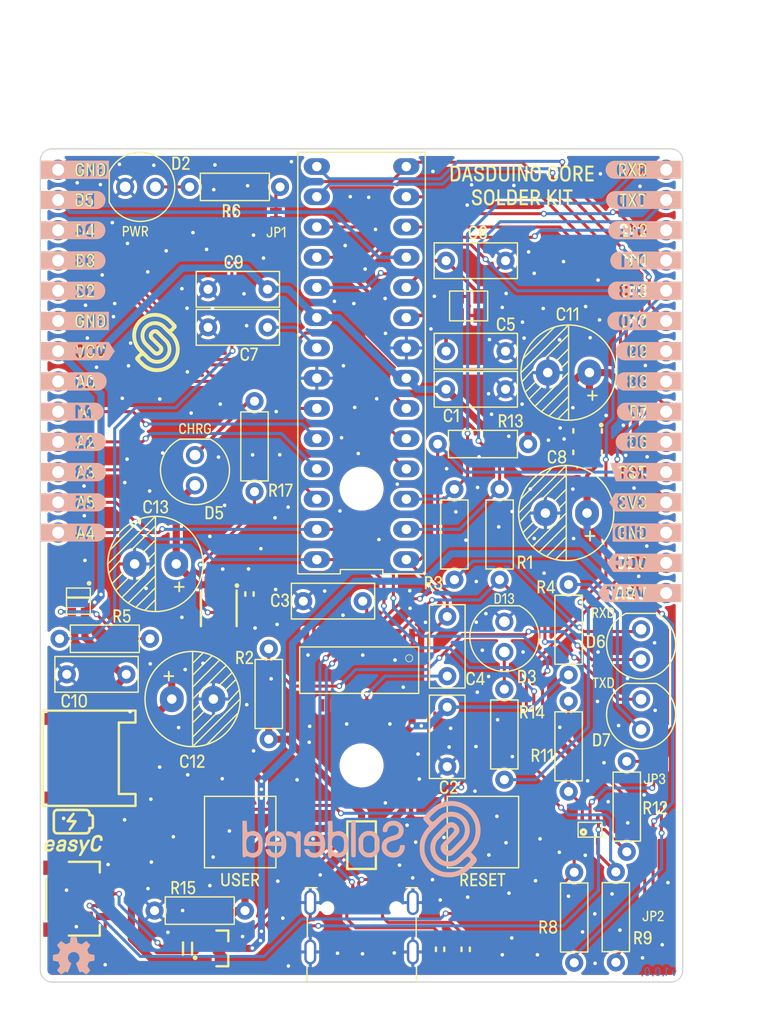
<source format=kicad_pcb>
(kicad_pcb (version 20211014) (generator pcbnew)
  (layers (0 "F.Cu" signal) (31 "B.Cu" signal) (34 "B.Paste" user) (35 "F.Paste" user) (36 "B.SilkS" user "B.Silkscreen") (37 "F.SilkS" user "F.Silkscreen") (38 "B.Mask" user) (39 "F.Mask" user) (44 "Edge.Cuts" user))
  (net 0 "")
  (net 1 "VCC")
  (net 2 "GND")
  (net 3 "VUSB")
  (net 4 "Net-(C3-Pad2)")
  (net 5 "DTR")
  (net 6 "RESET")
  (net 7 "XTAL1")
  (net 8 "XTAL2")
  (net 9 "Net-(C7-Pad1)")
  (net 10 "+3V3")
  (net 11 "VBAT")
  (net 13 "Net-(D1-Pad3)")
  (net 14 "Net-(D2-Pad1)")
  (net 15 "Net-(D3-Pad1)")
  (net 16 "Net-(D5-Pad2)")
  (net 17 "SCL_PULL5")
  (net 18 "SDA_PULL5")
  (net 19 "SCL_PULL3,3")
  (net 20 "SDA_PULL3,3")
  (net 21 "SCL")
  (net 22 "SDA")
  (net 23 "Net-(K2-PadA5)")
  (net 24 "D+")
  (net 25 "D-")
  (net 27 "Net-(K2-PadB5)")
  (net 29 "D6")
  (net 30 "D7")
  (net 31 "D8")
  (net 32 "D9")
  (net 33 "D10")
  (net 34 "D13")
  (net 35 "D11")
  (net 36 "D12")
  (net 37 "TXD")
  (net 38 "RXD")
  (net 39 "D5")
  (net 40 "D4")
  (net 41 "D3")
  (net 42 "D2")
  (net 43 "A0")
  (net 44 "A1")
  (net 45 "A2")
  (net 46 "A3")
  (net 47 "SCL_5V")
  (net 48 "SDA_5V")
  (net 49 "CH-TXD")
  (net 50 "CH-RXD")
  (net 51 "Net-(R16-Pad1)")
  (net 52 "Net-(R17-Pad1)")
  (net 57 "RTS")
  (net 61 "Net-(F1-Pad2)")
  (net 62 "Net-(JP1-Pad2)")
  (net 63 "Net-(D6-Pad1)")
  (net 64 "Net-(D7-Pad1)")
  (footprint "kibuzzard-62DA3892" (layer "F.Cu") (at 175.8 54.3)
    (fp_text reference "kibuzzard-62DA3892" hide)
    (fp_text value "G***" hide)
  )
  (footprint "e-radionica.com footprinti:HOLE_3.2mm" (layer "F.Cu") (at 153 78.55)
    (fp_text reference "H2" hide)
    (fp_text value "HOLE_3.2mm" hide)
  )
  (footprint "kibuzzard-62DA445D" (layer "F.Cu") (at 165.55 72.85)
    (fp_text reference "kibuzzard-62DA445D" hide)
    (fp_text value "G***" hide)
  )
  (footprint "e-radionica.com footprinti:THT OTPORNIK" (layer "F.Cu") (at 170.4 100.2 -90)
    (fp_text reference "R11" hide)
    (fp_text value "10k")
  )
  (footprint "kibuzzard-62DA4284" (layer "F.Cu") (at 160.525 72.4)
    (fp_text reference "kibuzzard-62DA4284" hide)
    (fp_text value "G***" hide)
  )
  (footprint "e-radionica.com footprinti:CRYSTAL_3225__4_PAD" (layer "F.Cu") (at 162 63.2 180)
    (fp_text reference "X1")
    (fp_text value "16MHz")
  )
  (footprint "kibuzzard-62DA3953" (layer "F.Cu") (at 129.8 56.85)
    (fp_text reference "kibuzzard-62DA3953" hide)
    (fp_text value "G***" hide)
  )
  (footprint "e-radionica.com footprinti:C_Ceramic_THT_5mm" (layer "F.Cu") (at 162.6 67 180)
    (fp_text reference "C5")
    (fp_text value "22p")
  )
  (footprint "kibuzzard-62DA457D" (layer "F.Cu") (at 146.225 78.675)
    (fp_text reference "kibuzzard-62DA457D" hide)
    (fp_text value "G***" hide)
  )
  (footprint "e-radionica.com footprinti:JST-2pin-SMD" (layer "F.Cu") (at 131 101.2 90)
    (fp_text reference "K3")
    (fp_text value "JST-2pin-SMD")
  )
  (footprint "kibuzzard-62DA4521" (layer "F.Cu") (at 176.65 116.275)
    (fp_text reference "kibuzzard-62DA4521" hide)
    (fp_text value "G***" hide)
  )
  (footprint "kibuzzard-62D95E3F" (layer "F.Cu") (at 166.5 52.075)
    (fp_text reference "kibuzzard-62D95E3F" hide)
    (fp_text value "G***" hide)
  )
  (footprint "e-radionica.com footprinti:0603R" (layer "F.Cu") (at 143.58 87.4 90)
    (fp_text reference "R16")
    (fp_text value "3k")
  )
  (footprint "kibuzzard-62DA42A4" (layer "F.Cu") (at 146.15 87.925)
    (fp_text reference "kibuzzard-62DA42A4" hide)
    (fp_text value "G***" hide)
  )
  (footprint "e-radionica.com footprinti:HEADER_MALE_13X1" (layer "F.Cu") (at 127.5 67 -90)
    (fp_text reference "K5")
    (fp_text value "HEADER_MALE_13X1")
  )
  (footprint "e-radionica.com footprinti:FIDUCIAL_23" (layer "F.Cu") (at 128.8 101.2)
    (fp_text reference "FD1")
    (fp_text value "FIDUCIAL")
  )
  (footprint "e-radionica.com footprinti:4-1437565-2" (layer "F.Cu") (at 142.8 107.4 180)
    (fp_text reference "SW1")
    (fp_text value "4-1437565-2")
  )
  (footprint "kibuzzard-62DA45BD" (layer "F.Cu") (at 137.825 51.2)
    (fp_text reference "kibuzzard-62DA45BD" hide)
    (fp_text value "G***" hide)
  )
  (footprint "kibuzzard-62DA4545" (layer "F.Cu") (at 177.7 105.35)
    (fp_text reference "kibuzzard-62DA4545" hide)
    (fp_text value "G***" hide)
  )
  (footprint "kibuzzard-62D95EBF" (layer "F.Cu") (at 142.8 111.4)
    (fp_text reference "kibuzzard-62D95EBF" hide)
    (fp_text value "G***" hide)
  )
  (footprint "e-radionica.com footprinti:U262-161N-4BVC11" (layer "F.Cu") (at 153 115)
    (fp_text reference "K2")
    (fp_text value "U262-161N-4BVC11")
  )
  (footprint "e-radionica.com footprinti:4-1437565-2" (layer "F.Cu") (at 163.2 107.4)
    (fp_text reference "SW2")
    (fp_text value "4-1437565-2")
  )
  (footprint "kibuzzard-62DA37B2" (layer "F.Cu") (at 175.8 79.7)
    (fp_text reference "kibuzzard-62DA37B2" hide)
    (fp_text value "G***" hide)
  )
  (footprint "Soldered Graphics:Logo-Front-Soldered-5mm" (layer "F.Cu") (at 135.725 66.275)
    (fp_text reference "G***" hide)
    (fp_text value "LOGO" hide)
  )
  (footprint "e-radionica.com footprinti:THT_LED_5MM_BLUE" (layer "F.Cu") (at 176.49 91.64 90)
    (fp_text reference "D6")
    (fp_text value "THT_LED_5MM_BLUE")
  )
  (footprint "e-radionica.com footprinti:THT OTPORNIK" (layer "F.Cu") (at 144 75 -90)
    (fp_text reference "R17" hide)
    (fp_text value "2k2")
  )
  (footprint "kibuzzard-62DA41AE" (layer "F.Cu") (at 177.625 102.925)
    (fp_text reference "kibuzzard-62DA41AE" hide)
    (fp_text value "G***" hide)
  )
  (footprint "e-radionica.com footprinti:C_Ceramic_THT_5mm" (layer "F.Cu") (at 160.2 99.4 90)
    (fp_text reference "C2")
    (fp_text value "100n")
  )
  (footprint "e-radionica.com footprinti:1206FUSE" (layer "F.Cu") (at 153 108.5 -90)
    (fp_text reference "F1")
    (fp_text value "1206FUSE-500mA")
  )
  (footprint "kibuzzard-62DA379E" (layer "F.Cu") (at 175.8 82.24)
    (fp_text reference "kibuzzard-62DA379E" hide)
    (fp_text value "G***" hide)
  )
  (footprint "Soldered Graphics:Logo-Back-OSH-3.5mm" (layer "F.Cu") (at 128.81 117.79)
    (fp_text reference "G***" hide)
    (fp_text value "LOGO" hide)
  )
  (footprint "e-radionica.com footprinti:easyC-connector" (layer "F.Cu") (at 129.3 113 90)
    (fp_text reference "K1")
    (fp_text value "easyC-SMD")
  )
  (footprint "kibuzzard-62DA3C09" (layer "F.Cu") (at 129.8 59.38)
    (fp_text reference "kibuzzard-62DA3C09" hide)
    (fp_text value "G***" hide)
  )
  (footprint "e-radionica.com footprinti:C_Ceramic_THT_5mm" (layer "F.Cu") (at 142.6 65 180)
    (fp_text reference "C7")
    (fp_text value "100n")
  )
  (footprint "kibuzzard-62DA437C" (layer "F.Cu") (at 143.55 67.25)
    (fp_text reference "kibuzzard-62DA437C" hide)
    (fp_text value "G***" hide)
  )
  (footprint "e-radionica.com footprinti:WS2812B-2020" (layer "F.Cu") (at 129.2 88 90)
    (fp_text reference "D1")
    (fp_text value "WS2812B-2020")
  )
  (footprint "kibuzzard-62DA442C" (layer "F.Cu") (at 132.875 89.25)
    (fp_text reference "kibuzzard-62DA442C" hide)
    (fp_text value "G***" hide)
  )
  (footprint "kibuzzard-62DA45CF" (layer "F.Cu") (at 166.9 94.325)
    (fp_text reference "kibuzzard-62DA45CF" hide)
    (fp_text value "G***" hide)
  )
  (footprint "kibuzzard-62DA3C71" (layer "F.Cu") (at 130.2 67)
    (fp_text reference "kibuzzard-62DA3C71" hide)
    (fp_text value "G***" hide)
  )
  (footprint "e-radionica.com footprinti:SOT-23-3" (layer "F.Cu") (at 141.1 117.175)
    (fp_text reference "Q1")
    (fp_text value "PMOS")
  )
  (footprint "e-radionica.com footprinti:THT OTPORNIK" (layer "F.Cu") (at 139.4 114)
    (fp_text reference "R15" hide)
    (fp_text value "100k")
  )
  (footprint "kibuzzard-62DA4515" (layer "F.Cu") (at 168.7 115.375)
    (fp_text reference "kibuzzard-62DA4515" hide)
    (fp_text value "G***" hide)
  )
  (footprint "kibuzzard-62DA387F" (layer "F.Cu") (at 176 56.84)
    (fp_text reference "kibuzzard-62DA387F" hide)
    (fp_text value "G***" hide)
  )
  (footprint "kibuzzard-62DA392F" (layer "F.Cu") (at 129.7 54.3)
    (fp_text reference "kibuzzard-62DA392F" hide)
    (fp_text value "G***" hide)
  )
  (footprint "e-radionica.com footprinti:THT OTPORNIK" (layer "F.Cu") (at 174.37 114.55 -90)
    (fp_text reference "R9" hide)
    (fp_text value "10k")
  )
  (footprint "kibuzzard-62DA382B" (layer "F.Cu") (at 176 64.46)
    (fp_text reference "kibuzzard-62DA382B" hide)
    (fp_text value "G***" hide)
  )
  (footprint "e-radionica.com footprinti:THT OTPORNIK" (layer "F.Cu") (at 142.35 53.2)
    (fp_text reference "R6" hide)
    (fp_text value "2k2")
  )
  (footprint "e-radionica.com footprinti:0603R" (layer "F.Cu") (at 159.6 117.25 -90)
    (fp_text reference "R10")
    (fp_text value "5k1")
  )
  (footprint "kibuzzard-62DA3CE1" (layer "F.Cu") (at 129.8 77.16)
    (fp_text reference "kibuzzard-62DA3CE1" hide)
    (fp_text value "G***" hide)
  )
  (footprint "kibuzzard-62DA45AF" (layer "F.Cu") (at 173.175 99.65)
    (fp_text reference "kibuzzard-62DA45AF" hide)
    (fp_text value "G***" hide)
  )
  (footprint "kibuzzard-62DA433A" (layer "F.Cu") (at 170.3 63.875)
    (fp_text reference "kibuzzard-62DA433A" hide)
    (fp_text value "G***" hide)
  )
  (footprint "e-radionica.com footprinti:THT OTPORNIK" (layer "F.Cu") (at 170.4 90.4 90)
    (fp_text reference "R4" hide)
    (fp_text value "2k2")
  )
  (footprint "e-radionica.com footprinti:THT OTPORNIK" (layer "F.Cu") (at 131.42 91.16)
    (fp_text reference "R5" hide)
    (fp_text value "1k")
  )
  (footprint "kibuzzard-62DA38B9" (layer "F.Cu") (at 175.8 51.76)
    (fp_text reference "kibuzzard-62DA38B9" hide)
    (fp_text value "G***" hide)
  )
  (footprint "e-radionica.com footprinti:THT LED 5mm PURPLE" (layer "F.Cu") (at 134.4 53.2 180)
    (fp_text reference "D2")
    (fp_text value "THT_LED_5MM_PURPLE")
  )
  (footprint "kibuzzard-62DA4243" (layer "F.Cu") (at 165 87.775)
    (fp_text reference "kibuzzard-62DA4243" hide)
    (fp_text value "G***" hide)
  )
  (footprint "kibuzzard-62DA37C4" (layer "F.Cu") (at 175.8 77.16)
    (fp_text reference "kibuzzard-62DA37C4" hide)
    (fp_text value "G***" hide)
  )
  (footprint "kibuzzard-62DA42AF" (layer "F.Cu") (at 162.575 94.5)
    (fp_text reference "kibuzzard-62DA42AF" hide)
    (fp_text value "G***" hide)
  )
  (footprint "e-radionica.com footprinti:SOP-16" (layer "F.Cu") (at 152.8 93.8 -90)
    (fp_text reference "U1")
    (fp_text value "CH340C")
  )
  (footprint "kibuzzard-62DA3859" (layer "F.Cu") (at 176 61.92)
    (fp_text reference "kibuzzard-62DA3859" hide)
    (fp_text value "G***" hide)
  )
  (footprint "e-radionica.com footprinti:THT OTPORNIK" (layer "F.Cu") (at 163.2 74.8 180)
    (fp_text reference "R13" hide)
    (fp_text value "10k")
  )
  (footprint "kibuzzard-62DA4332" (layer "F.Cu") (at 169.425 75.875)
    (fp_text reference "kibuzzard-62DA4332" hide)
    (fp_text value "G***" hide)
  )
  (footprint "kibuzzard-62D95F39" (layer "F.Cu") (at 134 56.92)
    (fp_text reference "kibuzzard-62D95F39" hide)
    (fp_text value "G***" hide)
  )
  (footprint "e-radionica.com footprinti:THT LED 5mm WHITE" (layer "F.Cu") (at 176.49 97.52 90)
    (fp_text reference "D7")
    (fp_text value "THT_LED_5MM_WHITE")
  )
  (footprint "kibuzzard-62DA42D2" (layer "F.Cu") (at 162.775 57.025)
    (fp_text reference "kibuzzard-62DA42D2" hide)
    (fp_text value "G***" hide)
  )
  (footprint "e-radionica.com footprinti:C_POL_8x12x3.5mm" (layer "F.Cu") (at 170.2 80.6 180)
    (fp_text reference "C8" hide)
    (fp_text value "KS225M050C07RR0VH2FP0")
  )
  (footprint "Soldered Graphics:Symbol-Front-Battery" (layer "F.Cu") (at 128.775 106.6)
    (fp_text reference "G***" hide)
    (fp_text value "LOGO" hide)
  )
  (footprint "e-radionica.com footprinti:TPS7A2633DRVR" (layer "F.Cu") (at 172 74.6 -90)
    (fp_text reference "U3")
    (fp_text value "TPS7A2633DRVR")
  )
  (footprint "kibuzzard-62DA3C90" (layer "F.Cu") (at 129.8 69.54)
    (fp_text reference "kibuzzard-62DA3C90" hide)
    (fp_text value "G***" hide)
  )
  (footprint "e-radionica.com footprinti:SMD_JUMPER_3_PAD_TRACE" (layer "F.Cu") (at 177.5 113.16 180)
    (fp_text reference "JP2")
    (fp_text value "SMD_JUMPER_3_PAD_TRACE")
  )
  (footprint "e-radionica.com footprinti:HEADER_MALE_15X1" (layer "F.Cu") (at 178.6 69.54 90)
    (fp_text reference "K4")
    (fp_text value "HEADER_MALE_15X1")
  )
  (footprint "e-radionica.com footprinti:C_Ceramic_THT_5mm" (layer "F.Cu") (at 130.725 94.15 180)
    (fp_text reference "C10")
    (fp_text value "100n")
  )
  (footprint "e-radionica.com footprinti:C_Ceramic_THT_5mm" (layer "F.Cu") (at 160.2 91.8 90)
    (fp_text reference "C4")
    (fp_text value "100n")
  )
  (footprint "kibuzzard-62DA4419" (layer "F.Cu") (at 168.525 86.8)
    (fp_text reference "kibuzzard-62DA4419" hide)
    (fp_text value "G***" hide)
  )
  (footprint "kibuzzard-62DA3781" (layer "F.Cu") (at 175.8 84.78)
    (fp_text reference "kibuzzard-62DA3781" hide)
    (fp_text value "G***" hide)
  )
  (footprint "e-radionica.com footprinti:THT LED 5mm ORANGE" (layer "F.Cu") (at 165 91 90)
    (fp_text reference "D3")
    (fp_text value "THT_LED_5MM_ORANGE")
  )
  (footprint "kibuzzard-62DA42C3" (layer "F.Cu") (at 165.125 64.725)
    (fp_text reference "kibuzzard-62DA42C3" hide)
    (fp_text value "G***" hide)
  )
  (footprint "kibuzzard-62DA3745" (layer "F.Cu") (at 175.5 87.32)
    (fp_text reference "kibuzzard-62DA3745" hide)
    (fp_text value "G***" hide)
  )
  (footprint "e-radionica.com footprinti:THT OTPORNIK" (layer "F.Cu") (at 160.8 82.4 90)
    (fp_text reference "R3" hide)
    (fp_text value "1k")
  )
  (footprint "kibuzzard-62DA3C55" (layer "F.Cu") (at 130.2 64.46)
    (fp_text reference "kibuzzard-62DA3C55" hide)
    (fp_text value "G***" hide)
  )
  (footprint "e-radionica.com footprinti:C_POL_8x12x3.5mm" (layer "F.Cu") (at 138.8 96.225)
    (fp_text reference "C12" hide)
    (fp_text value "KS225M050C07RR0VH2FP0")
  )
  (footprint "kibuzzard-62DA41C4" (layer "F.Cu") (at 177.5 114.45)
    (fp_text reference "kibuzzard-62DA41C4" hide)
    (fp_text value "G***" hide)
  )
  (footprint "kibuzzard-62DA411B" (layer "F.Cu") (at 173.3 94.85)
    (fp_text reference "kibuzzard-62DA411B" hide)
    (fp_text value "G***" hide)
  )
  (footprint "kibuzzard-62DA37DB" (layer "F.Cu") (at 176.3 74.62)
    (fp_text reference "kibuzzard-62DA37DB" hide)
    (fp_text value "G***" hide)
  )
  (footprint "kibuzzard-62DA3C2B" (layer "F.Cu") (at 129.8 61.92)
    (fp_text reference "kibuzzard-62DA3C2B" hide)
    (fp_text value "G***" hide)
  )
  (footprint "e-radionica.com footprinti:SOT-363" (layer "F.Cu") (at 172.2 107.2 90)
    (fp_text reference "U4")
    (fp_text value "NMOS-DUAL")
  )
  (footprint "e-radionica.com footprinti:THT LED 5mm RED" (layer "F.Cu") (at 139 77 90)
    (fp_text reference "D5")
    (fp_text value "THT_LED_5MM_RED")
  )
  (footprint "kibuzzard-62DA3819" (layer "F.Cu") (at 176.3 67)
    (fp_text reference "kibuzzard-62DA3819" hide)
    (fp_text value "G***" hide)
  )
  (footprint "kibuzzard-62DA3CFB" (layer "F.Cu") (at 129.8 79.7)
    (fp_text reference "kibuzzard-62DA3CFB" hide)
    (fp_text value "G***" hide)
  )
  (footprint "kibuzzard-62DA42EB" (layer "F.Cu") (at 128.85 96.375)
    (fp_text reference "kibuzzard-62DA42EB" hide)
    (fp_text value "G***" hide)
  )
  (footprint "e-radionica.com footprinti:ATmega328P-PU" (layer "F.Cu") (at 153 68 90)
    (fp_text reference "U2")
    (fp_text value "ATmega328P-PU")
  )
  (footprint "e-radionica.com footprinti:C_POL_8x12x3.5mm" (layer "F.Cu") (at 170.4 68.8 180)
    (fp_text reference "C11" hide)
    (fp_text value "KS225M050C07RR0VH2FP0")
  )
  (footprint "kibuzzard-62DA4367" (layer "F.Cu") (at 138.775 101.45)
    (fp_text reference "kibuzzard-62DA4367" hide)
    (fp_text value "G***" hide)
  )
  (footprint "kibuzzard-62DA3CC2" (layer "F.Cu") (at 129.8 72.08)
    (fp_text reference "kibuzzard-62DA3CC2" hide)
    (fp_text value "G***" hide)
  )
  (footprint "kibuzzard-62DA4597" (layer "F.Cu") (at 172.7 91.375)
    (fp_text reference "kibuzzard-62DA4597" hide)
    (fp_text value "G***" hide)
  )
  (footprint "kibuzzard-62DA4564" (layer "F.Cu") (at 138.025 112.075)
    (fp_text reference "kibuzzard-62DA4564" hide)
    (fp_text value "G***" hide)
  )
  (footprint "Soldered Graphics:Logo-Back-SolderedFULL-20mm" (layer "F.Cu") (at 153 108)
    (fp_text reference "REF**" hide)
    (fp_text value "Logo-Front-SolderedFULL-20mm" hide)
  )
  (footprint "kibuzzard-62DA3CCD" (layer "F.Cu") (at 129.8 74.62)
    (fp_text reference "kibuzzard-62DA3CCD" hide)
    (fp_text value "G***" hide)
  )
  (footprint "kibuzzard-62D95EAD" (layer "F.Cu") (at 163.2 111.4)
    (fp_text reference "kibuzzard-62D95EAD" hide)
    (fp_text value "G***" hide)
  )
  (footprint "kibuzzard-62DA3D08" (layer "F.Cu") (at 129.8 82.24)
    (fp_text reference "kibuzzard-62DA3D08" hide)
    (fp_text value "G***" hide)
  )
  (footprint "kibuzzard-62DA440C" (layer "F.Cu") (at 143.175 92.725)
    (fp_text reference "kibuzzard-62DA440C" hide)
    (fp_text value "G***" hide)
  )
  (footprint "e-radionica.com footprinti:C_POL_8x12x3.5mm" (layer "F.Cu") (at 135.675 84.875 180)
    (fp_text reference "C13" hide)
    (fp_text value "KS225M050C07RR0VH2FP0")
  )
  (footprint "kibuzzard-62DA45ED" (layer "F.Cu") (at 140.625 80.575)
    (fp_text reference "kibuzzard-62DA45ED" hide)
    (fp_text value "G***" hide)
  )
  (footprint "kibuzzard-62D961D0" (layer "F.Cu") (at 173.3 88.97)
    (fp_text reference "kibuzzard-62D961D0" hide)
    (fp_text value "G***" hide)
  )
  (footprint "kibuzzard-62DA386D" (layer "F.Cu") (at 176 59.38)
    (fp_text reference "kibuzzard-62DA386D" hide)
    (fp_text value "G***" hide)
  )
  (footprint "kibuzzard-62D95E46" (layer "F.Cu") (at 166.5 54.075)
    (fp_text reference "kibuzzard-62D95E46" hide)
    (fp_text value "G***" hide)
  )
  (footprint "kibuzzard-62DA38EE" (layer "F.Cu") (at 130.2 51.75)
    (fp_text reference "kibuzzard-62DA38EE" hide)
    (fp_text value "G***" hide)
  )
  (footprint "kibuzzard-62D95F4C" (layer "F.Cu") (at 139 73.5)
    (fp_text reference "kibuzzard-62D95F4C" hide)
    (fp_text value "G***" hide)
  )
  (footprint "kibuzzard-62DA4296" (layer "F.Cu") (at 160.325 103.625)
    (fp_text reference "kibuzzard-62DA4296" hide)
    (fp_text value "G***" hide)
  )
  (footprint "kibuzzard-62DA42DF" (layer "F.Cu") (at 142.25 59.5)
    (fp_text reference "kibuzzard-62DA42DF" hide)
    (fp_text value "G***" hide)
  )
  (footprint "e-radionica.com footprinti:THT OTPORNIK" (layer "F.Cu") (at 165 99.2 90)
    (fp_text reference "R14" hide)
    (fp_text value "2k2")
  )
  (footprint "e-radionica.com footprinti:HOLE_3.2mm" (layer "F.Cu") (at 153 101.8)
    (fp_text reference "H1" hide)
    (fp_text value "HOLE_3.2mm" hide)
  )
  (footprint "e-radionica.com footprinti:THT OTPORNIK" (layer "F.Cu") (at 164.6 82.4 90)
    (fp_text reference "R1" hide)
    (fp_text value "1k")
  )
  (footprint "e-radionica.com footprinti:C_Ceramic_THT_5mm" (layer "F.Cu") (at 142.6 61.8 180)
    (fp_text reference "C9")
    (fp_text value "100n")
  )
  (footprint "kibuzzard-62DA380C" (layer "F.Cu") (at 176.3 69.54)
    (fp_text reference "kibuzzard-62DA380C" hide)
    (fp_text value "G***" hide)
  )
  (footprint "e-radionica.com footprinti:C_Ceramic_THT_5mm" (layer "F.Cu") (at 162.6 59.4 180)
    (fp_text reference "C6")
    (fp_text value "22p")
  )
  (footprint "e-radionica.com footprinti:THT OTPORNIK" (layer "F.Cu") (at 170.87 114.58 -90)
    (fp_text reference "R8" hide)
    (fp_text value "10k")
  )
  (footprint "e-radionica.com footprinti:C_Ceramic_THT_5mm" (layer "F.Cu") (at 150.6 88)
    (fp_text reference "C3")
    (fp_text value "100n")
  )
  (footprint "e-radionica.com footprinti:TP4056M-MSOP8" (layer "F.Cu") (at 141 88.6 -90)
    (fp_text reference "U5")
    (fp_text value "TP4056M")
  )
  (footprint "e-radionica.com footprinti:THT OTPORNIK" (layer "F.Cu") (at 175.29 105.26 -90)
    (fp_text reference "R12" hide)
    (fp_text value "10k")
  )
  (footprint "e-radionica.com footprinti:SOD-323" (layer "F.Cu") (at 138.375 117.2 -90)
    (fp_text reference "D4")
    (fp_text value "BAT20J")
  )
  (footprint "kibuzzard-62DA41DE" (layer "F.Cu") (at 145.8 57)
    (fp_text reference "kibuzzard-62DA41DE" hide)
    (fp_text value "G***" hide)
  )
  (footprint "e-radionica.com footprinti:0603R" (layer "F.Cu") (at 161.75 117.25 -90)
    (fp_text reference "R7")
    (fp_text value "5k1")
  )
  (footprint "kibuzzard-62DA4472" (layer "F.Cu") (at 167.35 97.3)
    (fp_text reference "kibuzzard-62DA4472" hide)
    (fp_text value "G***" hide)
  )
  (footprint "kibuzzard-62DA452B" (layer "F.Cu") (at 168.175 100.95)
    (fp_text reference "kibuzzard-62DA452B" hide)
    (fp_text value "G***" hide)
  )
  (footprint "Soldered Graphics:Logo-Front-easyC-5mm" (layer "F.Cu") (at 128.8 108.5)
    (fp_text reference "G***" hide)
    (fp_text value "LOGO" hide)
  )
  (footprint "e-radionica.com footprinti:C_Ceramic_THT_5mm" (layer "F.Cu") (at 162.6 70.2)
    (fp_text reference "C1")
    (fp_text value "100n")
  )
  (footprint "kibuzzard-62DA435A" (layer "F.Cu") (at 135.7 80.075)
    (fp_text reference "kibuzzard-62DA435A" hide)
    (fp_text value "G***" hide)
  )
  (footprint "e-radionica.com footprinti:SMD_JUMPER_3_PAD_TRACE" (layer "F.Cu") (at 177.625 101.7)
    (fp_text reference "JP3")
    (fp_text value "SMD_JUMPER_3_PAD_TRACE")
  )
  (footprint "kibuzzard-62DA43AD" (layer "F.Cu") (at 166.725 84.725)
    (fp_text reference "kibuzzard-62DA43AD" hide)
    (fp_text value "G***" hide)
  )
  (footprint "e-radionica.com footprinti:SMD-JUMPER-CONNECTED_TRACE_SOLDERMASK" (layer "F.Cu") (at 145.8 55.55 90)
    (fp_text reference "JP1")
    (fp_text value "SMD-JUMPER-CONNECTED_TRACE_SOLDERMASK")
  )
  (footprint "e-radionica.com footprinti:THT OTPORNIK" (layer "F.Cu") (at 145.2 95.8 90)
    (fp_text reference "R2" hide)
    (fp_text value "2k2")
  )
  (footprint "kibuzzard-62DA37F9" (layer "F.Cu") (at 176.3 72.08)
    (fp_text reference "kibuzzard-62DA37F9" hide)
    (fp_text value "G***" hide)
  )
  (footprint "kibuzzard-62DA4390" (layer "F.Cu") (at 159.05 86.45)
    (fp_text reference "kibuzzard-62DA4390" hide)
    (fp_text value "G***" hide)
  )
  (footprint "kibuzzard-62DA4435" (layer "F.Cu") (at 142.075 55.2)
    (fp_text reference "kibuzzard-62DA4435" hide)
    (fp_text value "G***" hide)
  )
  (footprint "kibuzzard-62DA3DB5" (layer "B.Cu") (at 128.65 72.08 180)
    (fp_text reference "kibuzzard-62DA3DB5" hide)
    (fp_text value "G***" hide)
  )
  (footprint "kibuzzard-62DA3EF1" (layer "B.Cu") (at 177.125 67 180)
    (fp_text reference "kibuzzard-62DA3EF1" hide)
    (fp_text value "G***" hide)
  )
  (footprint "kibuzzard-62DA3DE0" (layer "B.Cu") (at 129.125 67 180)
    (fp_text reference "kibuzzard-62DA3DE0" hide)
    (fp_text value "G***" hide)
  )
  (footprint "kibuzzard-62DA3E48" (layer "B.Cu") (at 128.725 54.3 180)
    (fp_text reference "kibuzzard-62DA3E48" hide)
    (fp_text value "G***" hide)
  )
  (footprint "kibuzzard-62DA3F77" (layer "B.Cu") (at 177 82.24 180)
    (fp_text reference "kibuzzard-62DA3F77" hide)
    (fp_text value "G***" hide)
  )
  (footprint "kibuzzard-62DA3E30" (layer "B.Cu") (at 128.725 56.84 180)
    (fp_text reference "kibuzzard-62DA3E30" hide)
    (fp_text value "G***" hide)
  )
  (footprint "kibuzzard-62DA3ED1" (layer "B.Cu") (at 176.8 61.92 180)
    (fp_text reference "kibuzzard-62DA3ED1" hide)
    (fp_text value "G***" hide)
  )
  (footprint "kibuzzard-62DA3E0D" (layer "B.Cu") (at 128.725 61.92 180)
    (fp_text reference "kibuzzard-62DA3E0D" hide)
    (fp_text value "G***" hide)
  )
  (footprint "kibuzzard-62DA3D52" (layer "B.Cu") (at 128.75 79.7 180)
    (fp_text reference "kibuzzard-62DA3D52" hide)
    (fp_text value "G***" hide)
  )
  (footprint "kibuzzard-62DA3FB0" (layer "B.Cu") (at 176.375 87.32 180)
    (fp_text reference "kibuzzard-62DA3FB0" hide)
    (fp_text value "G***" hide)
  )
  (footprint "kibuzzard-62DA3DF1" (layer "B.Cu") (at 128.875 64.46 180)
    (fp_text reference "kibuzzard-62DA3DF1" hide)
    (fp_text value "G***" hide)
  )
  (footprint "kibuzzard-62DA3DA2" (layer "B.Cu") (at 128.75 74.62 180)
    (fp_text reference "kibuzzard-62DA3DA2" hide)
    (fp_text value "G***" hide)
  )
  (footprint "kibuzzard-62DA3E59" (layer "B.Cu") (at 128.875 51.76 180)
    (fp_text reference "kibuzzard-62DA3E59" hide)
    (fp_text value "G***" hide)
  )
  (footprint "kibuzzard-62DA3E98" (layer "B.Cu") (at 176.725 54.3 180)
    (fp_text reference "kibuzzard-62DA3E98" hide)
    (fp_text value "G***" hide)
  )
  (footprint "kibuzzard-62DA3D8D" (layer "B.Cu") (at 128.75 77.16 180)
    (fp_text reference "kibuzzard-62DA3D8D" hide)
    (fp_text value "G***" hide)
  )
  (footprint "kibuzzard-62DA3E1F" (layer "B.Cu") (at 128.725 59.38 180)
    (fp_text reference "kibuzzard-62DA3E1F" hide)
    (fp_text value "G***" hide)
  )
  (footprint "kibuzzard-62DA3F00" (layer "B.Cu") (at 177.125 69.54 180)
    (fp_text reference "kibuzzard-62DA3F00" hide)
    (fp_text value "G***" hide)
  )
  (footprint "kibuzzard-62DA3EA7" (layer "B.Cu") (at 176.825 56.84 180)
    (fp_text reference "kibuzzard-62DA3EA7" hide)
    (fp_text value "G***" hide)
  )
  (footprint "kibuzzard-62DA3DC9" (layer "B.Cu") (at 128.775 69.54 180)
    (fp_text reference "kibuzzard-62DA3DC9" hide)
    (fp_text value "G***" hide)
  )
  (footprint "kibuzzard-62DA3F66" (layer "B.Cu") (at 176.85 79.7 180)
    (fp_text reference "kibuzzard-62DA3F66" hide)
    (fp_text value "G***" hide)
  )
  (footprint "kibuzzard-62DA3FA2" (layer "B.Cu") (at 176.775 84.78 180)
    (fp_text reference "kibuzzard-62DA3FA2" hide)
    (fp_text value "G***" hide)
  )
  (footprint "kibuzzard-62DA3EE2" (layer "B.Cu") (at 176.775 64.46 180)
    (fp_text reference "kibuzzard-62DA3EE2" hide)
    (fp_text value "G***" hide)
  )
  (footprint "Soldered Graphics:Version1.0.0." (layer "B.Cu") (at 177.96 119.14 180)
    (fp_text reference "Ref**" hide)
    (fp_text value "Val**" hide)
  )
  (footprint "kibuzzard-62DA3D6D" (layer "B.Cu") (at 128.75 82.24 180)
    (fp_text reference "kibuzzard-62DA3D6D" hide)
    (fp_text value "G***" hide)
  )
  (footprint "kibuzzard-62DA3F0E" (layer "B.Cu") (at 177.175 72.08 180)
    (fp_text reference "kibuzzard-62DA3F0E" hide)
    (fp_text value "G***" hide)
  )
  (footprint "kibuzzard-62DA3F3B" (layer "B.Cu") (at 176.9 77.16 180)
    (fp_text reference "kibuzzard-62DA3F3B" hide)
    (fp_text value "G***" hide)
  )
  (footprint "kibuzzard-62DA3E81" (layer "B.Cu") (at 176.7 51.76 180)
    (fp_text reference "kibuzzard-62DA3E81" hide)
    (fp_text value "G***" hide)
  )
  (footprint "kibuzzard-62DA3F20" (layer "B.Cu") (at 177.125 74.62 180)
    (fp_text reference "kibuzzard-62DA3F20" hide)
    (fp_text value "G***" hide)
  )
  (footprint "kibuzzard-62DA3EB4" (layer "B.Cu") (at 176.9 59.38 180)
    (fp_text reference "kibuzzard-62DA3EB4" hide)
    (fp_text value "G***" hide)
  )
  (gr_arc (start 179 50) (mid 179.707107 50.292893) (end 180 51) (layer "Edge.Cuts") (width 0.1))
  (gr_line (start 179 50) (end 127 50) (layer "Edge.Cuts") (width 0.1))
  (gr_line (start 180 119) (end 180 51) (layer "Edge.Cuts") (width 0.1))
  (gr_arc (start 127 120) (mid 126.292893 119.707107) (end 126 119) (layer "Edge.Cuts") (width 0.1))
  (gr_arc (start 180 119) (mid 179.707107 119.707107) (end 179 120) (layer "Edge.Cuts") (width 0.1))
  (gr_arc (start 126 51) (mid 126.292893 50.292893) (end 127 50) (layer "Edge.Cuts") (width 0.1))
  (gr_line (start 126 51) (end 126 119) (layer "Edge.Cuts") (width 0.1))
  (gr_line (start 127 120) (end 179 120) (layer "Edge.Cuts") (width 0.1))
  (segment (start 130.5725 88.0925) (end 129.75 88.915) (width 0.6) (layer "F.Cu") (net 1))
  (segment (start 170.87 77) (end 171.6 77) (width 0.3) (layer "F.Cu") (net 1))
  (segment (start 178.175 89.075) (end 176.675 87.575) (width 0.254) (layer "F.Cu") (net 1))
  (segment (start 177.59 106.475) (end 177.5 106.565) (width 0.254) (layer "F.Cu") (net 1))
  (segment (start 139.9 118.125) (end 139.8 118.225) (width 0.6) (layer "F.Cu") (net 1))
  (segment (start 172.4 77) (end 172.65 76.75) (width 0.3) (layer "F.Cu") (net 1))
  (segment (start 176.675 86.705) (end 178.6 84.78) (width 0.254) (layer "F.Cu") (net 1))
  (segment (start 177.5 106.565) (end 177.5 113.16) (width 0.254) (layer "F.Cu") (net 1))
  (segment (start 131.19 96.31) (end 133.1 94.4) (width 0.6) (layer "F.Cu") (net 1))
  (segment (start 171.35 75.595) (end 171.35 76.75) (width 0.3) (layer "F.Cu") (net 1))
  (segment (start 170.75 76.9) (end 166.8 76.9) (width 0.6) (layer "F.Cu") (net 1))
  (segment (start 135.515 118.225) (end 133.65 116.36) (width 0.6) (layer "F.Cu") (net 1))
  (segment (start 139.8 118.225) (end 135.515 118.225) (width 0.6) (layer "F.Cu") (net 1))
  (segment (start 133.65 109.96) (end 131.19 107.5) (width 0.6) (layer "F.Cu") (net 1))
  (segment (start 176.675 87.575) (end 176.675 86.705) (width 0.254) (layer "F.Cu") (net 1))
  (segment (start 172.4 77) (end 171.95 77.45) (width 0.3) (layer "F.Cu") (net 1))
  (segment (start 178.25 89.075) (end 178.175 89.075) (width 0.254) (layer "F.Cu") (net 1))
  (segment (start 131.1 87.44) (end 131.1 87.565) (width 0.6) (layer "F.Cu") (net 1))
  (segment (start 171.6 77) (end 172.4 77) (width 0.3) (layer "F.Cu") (net 1))
  (segment (start 171.95 80.6) (end 171.95 77.75) (width 0.6) (layer "F.Cu") (net 1))
  (segment (start 170.76 76.89) (end 170.75 76.9) (width 0.6) (layer "F.Cu") (net 1))
  (segment (start 171.95 77.45) (end 171.95 77.75) (width 0.3) (layer "F.Cu") (net 1))
  (segment (start 133.65 116.36) (end 133.65 109.96) (width 0.6) (layer "F.Cu") (net 1))
  (segment (start 166.8 76.9) (end 160.1 70.2) (width 0.6) (layer "F.Cu") (net 1))
  (segment (start 171.35 76.75) (end 171.6 77) (width 0.3) (layer "F.Cu") (net 1))
  (segment (start 131.1 87.565) (end 130.5725 88.0925) (width 0.6) (layer "F.Cu") (net 1))
  (segment (start 172.65 76.75) (end 172.65 75.595) (width 0.3) (layer "F.Cu") (net 1))
  (segment (start 170.76 76.89) (end 170.87 77) (width 0.3) (layer "F.Cu") (net 1))
  (segment (start 133.1 94.4) (end 129.75 91.05) (width 0.6) (layer "F.Cu") (net 1))
  (segment (start 131.19 107.5) (end 131.19 96.31) (width 0.6) (layer "F.Cu") (net 1))
  (segment (start 129.75 91.05) (end 129.75 88.915) (width 0.6) (layer "F.Cu") (net 1))
  (via (at 131.1 87.44) (size 0.5) (drill 0.3) (layers "F.Cu" "B.Cu") (net 1))
  (via (at 178.25 89.075) (size 0.5) (drill 0.3) (layers "F.Cu" "B.Cu") (net 1))
  (via (at 177.59 106.475) (size 0.5) (drill 0.3) (layers "F.Cu" "B.Cu") (net 1))
  (via (at 130.5725 88.0925) (size 0.5) (drill 0.3) (layers "F.Cu" "B.Cu") (net 1))
  (segment (start 157.69 70.2) (end 156.76 69.27) (width 0.6) (layer "B.Cu") (net 1))
  (segment (start 178.25 89.075) (end 179.1505 89.9755) (width 0.254) (layer "B.Cu") (net 1))
  (segment (start 127.5 67) (end 130.96 67) (width 0.6) (layer "B.Cu") (net 1))
  (segment (start 171.95 80.6) (end 171.95 82.275) (width 0.6) (layer "B.Cu") (net 1))
  (segment (start 156.76 69.27) (end 156.16 69.27) (width 0.6) (layer "B.Cu") (net 1))
  (segment (start 179.1505 89.9755) (end 179.1505 104.9145) (width 0.254) (layer "B.Cu") (net 1))
  (segment (start 127.5 67) (end 131.1 70.6) (width 0.6) (layer "B.Cu") (net 1))
  (segment (start 146.85 61.8) (end 149.24 64.19) (width 0.6) (layer "B.Cu") (net 1))
  (segment (start 179.1505 104.9145) (end 177.59 106.475) (width 0.254) (layer "B.Cu") (net 1))
  (segment (start 160.1 70.2) (end 157.69 70.2) (width 0.6) (layer "B.Cu") (net 1))
  (segment (start 131.1 87.565) (end 130.5725 88.0925) (width 0.6) (layer "B.Cu") (net 1))
  (segment (start 145.1 61.8) (end 146.85 61.8) (width 0.6) (layer "B.Cu") (net 1))
  (segment (start 130.96 67) (end 137.94 60.02) (width 0.6) (layer "B.Cu") (net 1))
  (segment (start 156.16 69.27) (end 151.08 64.19) (width 0.6) (layer "B.Cu") (net 1))
  (segment (start 137.94 60.02) (end 143.32 60.02) (width 0.6) (layer "B.Cu") (net 1))
  (segment (start 131.1 87.44) (end 131.1 87.565) (width 0.6) (layer "B.Cu") (net 1))
  (segment (start 131.1 70.6) (end 131.1 87.44) (width 0.6) (layer "B.Cu") (net 1))
  (segment (start 151.08 64.19) (end 149.24 64.19) (width 0.6) (layer "B.Cu") (net 1))
  (segment (start 171.95 82.275) (end 174.455 84.78) (width 0.6) (layer "B.Cu") (net 1))
  (segment (start 174.455 84.78) (end 178.6 84.78) (width 0.6) (layer "B.Cu") (net 1))
  (segment (start 143.32 60.02) (end 145.1 61.8) (width 0.6) (layer "B.Cu") (net 1))
  (segment (start 141.79 84.65) (end 141.975 84.835) (width 0.254) (layer "F.Cu") (net 2))
  (segment (start 140.86 84.65) (end 141.79 84.65) (width 0.254) (layer "F.Cu") (net 2))
  (segment (start 140.675 86.625) (end 140.675 84.835) (width 0.254) (layer "F.Cu") (net 2))
  (segment (start 140.675 84.835) (end 140.86 84.65) (width 0.254) (layer "F.Cu") (net 2))
  (segment (start 141.975 84.835) (end 141.975 86.625) (width 0.254) (layer "F.Cu") (net 2))
  (segment (start 172 74.6) (end 172 75.595) (width 0.3) (layer "F.Cu") (net 2))
  (via (at 175.375 106.625) (size 0.5) (drill 0.3) (layers "F.Cu" "B.Cu") (net 2))
  (via (at 144.76 59.18) (size 0.5) (drill 0.3) (layers "F.Cu" "B.Cu") (net 2))
  (via (at 141.29 102.92) (size 0.5) (drill 0.3) (layers "F.Cu" "B.Cu") (net 2))
  (via (at 145.4 94.525) (size 0.5) (drill 0.3) (layers "F.Cu" "B.Cu") (net 2))
  (via (at 155.01 65.5) (size 0.5) (drill 0.3) (layers "F.Cu" "B.Cu") (net 2))
  (via (at 132.15 64.1) (size 0.5) (drill 0.3) (layers "F.Cu" "B.Cu") (net 2))
  (via (at 162.725 95.65) (size 0.5) (drill 0.3) (layers "F.Cu" "B.Cu") (net 2))
  (via (at 163.675 94.325) (size 0.5) (drill 0.3) (layers "F.Cu" "B.Cu") (net 2))
  (via (at 144.54 83.59) (size 0.5) (drill 0.3) (layers "F.Cu" "B.Cu") (net 2))
  (via (at 151.75 98.32) (size 0.5) (drill 0.3) (layers "F.Cu" "B.Cu") (net 2))
  (via (at 146.125 75.7) (size 0.5) (drill 0.3) (layers "F.Cu" "B.Cu") (net 2))
  (via (at 141.33 85.31) (size 0.5) (drill 0.3) (layers "F.Cu" "B.Cu") (net 2))
  (via (at 176.61 117.97) (size 0.5) (drill 0.3) (layers "F.Cu" "B.Cu") (net 2))
  (via (at 163.675 70.575) (size 0.5) (drill 0.3) (layers "F.Cu" "B.Cu") (net 2))
  (via (at 133.33 57.95) (size 0.5) (drill 0.3) (layers "F.Cu" "B.Cu") (net 2))
  (via (at 160.925 80.5) (size 0.5) (drill 0.3) (layers "F.Cu" "B.Cu") (net 2))
  (via (at 129.75 84.575) (size 0.5) (drill 0.3) (layers "F.Cu" "B.Cu") (net 2))
  (via (at 172.21 65.87) (size 0.5) (drill 0.3) (layers "F.Cu" "B.Cu") (net 2))
  (via (at 166.49 71.45) (size 0.5) (drill 0.3) (layers "F.Cu" "B.Cu") (net 2))
  (via (at 177 75.875) (size 0.5) (drill 0.3) (layers "F.Cu" "B.Cu") (net 2))
  (via (at 132.05 56.2) (size 0.5) (drill 0.3) (layers "F.Cu" "B.Cu") (net 2))
  (via (at 153.3 60.1) (size 0.5) (drill 0.3) (layers "F.Cu" "B.Cu") (net 2))
  (via (at 150.72 62.81) (size 0.5) (drill 0.3) (layers "F.Cu" "B.Cu") (net 2))
  (via (at 136.03 101.94) (size 0.5) (drill 0.3) (layers "F.Cu" "B.Cu") (net 2))
  (via (at 141.49 79.95) (size 0.5) (drill 0.3) (layers "F.Cu" "B.Cu") (net 2))
  (via (at 143.35 96.7) (size 0.5) (drill 0.3) (layers "F.Cu" "B.Cu") (net 2))
  (via (at 158.96 111.4) (size 0.5) (drill 0.3) (layers "F.Cu" "B.Cu") (net 2))
  (via (at 156.825 106.825) (size 0.5) (drill 0.3) (layers "F.Cu" "B.Cu") (net 2))
  (via (at 133.59 66.32) (size 0.5) (drill 0.3) (layers "F.Cu" "B.Cu") (net 2))
  (via (at 140.525 109.5) (size 0.5) (drill 0.3) (layers "F.Cu" "B.Cu") (net 2))
  (via (at 170.76 71.75) (size 0.5) (drill 0.3) (layers "F.Cu" "B.Cu") (net 2))
  (via (at 171.8 109.35) (size 0.5) (drill 0.3) (layers "F.Cu" "B.Cu") (net 2))
  (via (at 162.64 89.77) (size 0.5) (drill 0.3) (layers "F.Cu" "B.Cu") (net 2))
  (via (at 154.46 82.83) (size 0.5) (drill 0.3) (layers "F.Cu" "B.Cu") (net 2))
  (via (at 165.625 116.3) (size 0.5) (drill 0.3) (layers "F.Cu" "B.Cu") (net 2))
  (via (at 166.66 65.9) (size 0.5) (drill 0.3) (layers "F.Cu" "B.Cu") (net 2))
  (via (at 176.97 83.37) (size 0.5) (drill 0.3) (layers "F.Cu" "B.Cu") (net 2))
  (via (at 156.5 95.225) (size 0.5) (drill 0.3) (layers "F.Cu" "B.Cu") (net 2))
  (via (at 167.18 78.59) (size 0.5) (drill 0.3) (layers "F.Cu" "B.Cu") (net 2))
  (via (at 162.25 53.025) (size 0.5) (drill 0.3) (layers "F.Cu" "B.Cu") (net 2))
  (via (at 155 104.95) (size 0.5) (drill 0.3) (layers "F.Cu" "B.Cu") (net 2))
  (via (at 175.2 75.75) (size 0.5) (drill 0.3) (layers "F.Cu" "B.Cu") (net 2))
  (via (at 162.61 100.22) (size 0.5) (drill 0.3) (layers "F.Cu" "B.Cu") (net 2))
  (via (at 172.875 61.025) (size 0.5) (drill 0.3) (layers "F.Cu" "B.Cu") (net 2))
  (via (at 133.41 68.23) (size 0.5) (drill 0.3) (layers "F.Cu" "B.Cu") (net 2))
  (via (at 136.725 115.825) (size 0.5) (drill 0.3) (layers "F.Cu" "B.Cu") (net 2))
  (via (at 135.29 104.64) (size 0.5) (drill 0.3) (layers "F.Cu" "B.Cu") (net 2))
  (via (at 174.05 112.6) (size 0.5) (drill 0.3) (layers "F.Cu" "B.Cu") (net 2))
  (via (at 148.64 98.52) (size 0.5) (drill 0.3) (layers "F.Cu" "B.Cu") (net 2))
  (via (at 135.05 112.15) (size 0.5) (drill 0.3) (layers "F.Cu" "B.Cu") (net 2))
  (via (at 159.61 113.11) (size 0.5) (drill 0.3) (layers "F.Cu" "B.Cu") (net 2))
  (via (at 151.18 80.42) (size 0.5) (drill 0.3) (layers "F.Cu" "B.Cu") (net 2))
  (via (at 154.175 56.775) (size 0.5) (drill 0.3) (layers "F.Cu" "B.Cu") (net 2))
  (via (at 177.625 91.5) (size 0.5) (drill 0.3) (layers "F.Cu" "B.Cu") (net 2))
  (via (at 164.53 81.76) (size 0.5) (drill 0.3) (layers "F.Cu" "B.Cu") (net 2))
  (via (at 138.33 63.39) (size 0.5) (drill 0.3) (layers "F.Cu" "B.Cu") (net 2))
  (via (at 131.45 118.55) (size 0.5) (drill 0.3) (layers "F.Cu" "B.Cu") (net 2))
  (via (at 138.36 68.74) (size 0.5) (drill 0.3) (layers "F.Cu" "B.Cu") (net 2))
  (via (at 167.62 111.49) (size 0.5) (drill 0.3) (layers "F.Cu" "B.Cu") (net 2))
  (via (at 157.05 87.125) (size 0.5) (drill 0.3) (layers "F.Cu" "B.Cu") (net 2))
  (via (at 157.3 111.25) (size 0.5) (drill 0.3) (layers "F.Cu" "B.Cu") (net 2))
  (via (at 164.375 106.075) (size 0.5) (drill 0.3) (layers "F.Cu" "B.Cu") (net 2))
  (via (at 127.96 106.25) (size 0.5) (drill 0.3) (layers "F.Cu" "B.Cu") (net 2))
  (via (at 129.8 63.14) (size 0.5) (drill 0.3) (layers "F.Cu" "B.Cu") (net 2))
  (via (at 167.78 117.71) (size 0.5) (drill 0.3) (layers "F.Cu" "B.Cu") (net 2))
  (via (at 176.4 53.15) (size 0.5) (drill 0.3) (layers "F.Cu" "B.Cu") (net 2))
  (via (at 169.625 109.1) (size 0.5) (drill 0.3) (layers "F.Cu" "B.Cu") (net 2))
  (via (at 139.67 93.22) (size 0.5) (drill 0.3) (layers "F.Cu" "B.Cu") (net 2))
  (via (at 146.38 114.63) (size 0.5) (drill 0.3) (layers "F.Cu" "B.Cu") (net 2))
  (via (at 148.6 99.86) (size 0.5) (drill 0.3) (layers "F.Cu" "B.Cu") (net 2))
  (via (at 130.725 68.35) (size 0.5) (drill 0.3) (layers "F.Cu" "B.Cu") (net 2))
  (via (at 177.675 97.175) (size 0.5) (drill 0.3) (layers "F.Cu" "B.Cu") (net 2))
  (via (at 152.35 63) (size 0.5) (drill 0.3) (layers "F.Cu" "B.Cu") (net 2))
  (via (at 155.75 117.56) (size 0.5) (drill 0.3) (layers "F.Cu" "B.Cu") (net 2))
  (via (at 169.64 66.04) (size 0.5) (drill 0.3) (layers "F.Cu" "B.Cu") (net 2))
  (via (at 145.725 81) (size 0.5) (drill 0.3) (layers "F.Cu" "B.Cu") (net 2))
  (via (at 148.5 92.525) (size 0.5) (drill 0.3) (layers "F.Cu" "B.Cu") (net 2))
  (via (at 145.7765 87.02) (size 0.5) (drill 0.3) (layers "F.Cu" "B.Cu") (net 2))
  (via (at 141.12 71.45) (size 0.5) (drill 0.3) (layers "F.Cu" "B.Cu") (net 2))
  (via (at 170.76 78.59) (size 0.5) (drill 0.3) (layers "F.Cu" "B.Cu") (net 2))
  (via (at 160.49 98.68) (size 0.5) (drill 0.3) (layers "F.Cu" "B.Cu") (net 2))
  (via (at 163.15 92.125) (size 0.5) (drill 0.3) (layers "F.Cu" "B.Cu") (net 2))
  (via (at 161.92 112.87) (size 0.5) (drill 0.3) (layers "F.Cu" "B.Cu") (net 2))
  (via (at 135.33 109.92) (size 0.5) (drill 0.3) (layers "F.Cu" "B.Cu") (net 2))
  (via (at 137.9 61.75) (size 0.5) (drill 0.3) (layers "F.Cu" "B.Cu") (net 2))
  (via (at 132.89 70.96) (size 0.5) (drill 0.3) (layers "F.Cu" "B.Cu") (net 2))
  (via (at 171.83 63.25) (size 0.5) (drill 0.3) (layers "F.Cu" "B.Cu") (net 2))
  (via (at 163.75 66.025) (size 0.5) (drill 0.3) (layers "F.Cu" "B.Cu") (net 2))
  (via (at 172.6 114.275) (size 0.5) (drill 0.3) (layers "F.Cu" "B.Cu") (net 2))
  (via (at 165.39 112.53) (size 0.5) (drill 0.3) (layers "F.Cu" "B.Cu") (net 2))
  (via (at 172.875 92.275) (size 0.5) (drill 0.3) (layers "F.Cu" "B.Cu") (net 2))
  (via (at 168.7 74.475) (size 0.5) (drill 0.3) (layers "F.Cu" "B.Cu") (net 2))
  (via (at 149.9 87.15) (size 0.5) (drill 0.3) (layers "F.Cu" "B.Cu") (net 2))
  (via (at 161.775 82.875) (size 0.5) (drill 0.3) (layers "F.Cu" "B.Cu") (net 2))
  (via (at 131.2 60.6) (size 0.5) (drill 0.3) (layers "F.Cu" "B.Cu") (net 2))
  (via (at 136.58 58.57) (size 0.5) (drill 0.3) (layers "F.Cu" "B.Cu") (net 2))
  (via (at 136.28 75.55) (size 0.5) (drill 0.3) (layers "F.Cu" "B.Cu") (net 2))
  (via (at 162.875 75.875) (size 0.5) (drill 0.3) (layers "F.Cu" "B.Cu") (net 2))
  (via (at 157.075 88.6) (size 0.5) (drill 0.3) (layers "F.Cu" "B.Cu") (net 2))
  (via (at 172.625 118.425) (size 0.5) (drill 0.3) (layers "F.Cu" "B.Cu") (net 2))
  (via (at 157.55 108.25) (size 0.5) (drill 0.3) (layers "F.Cu" "B.Cu") (net 2))
  (via (at 143.5 85.3) (size 0.5) (drill 0.3) (layers "F.Cu" "B.Cu") (net 2))
  (via (at 173.55 72.4) (size 0.5) (drill 0.3) (layers "F.Cu" "B.Cu") (net 2))
  (via (at 173.375 101.575) (size 0.5) (drill 0.3) (layers "F.Cu" "B.Cu") (net 2))
  (via (at 138.675 72.2) (size 0.5) (drill 0.3) (layers "F.Cu" "B.Cu") (net 2))
  (via (at 176.85 68.2) (size 0.5) (drill 0.3) (layers "F.Cu" "B.Cu") (net 2))
  (via (at 145.975 108) (size 0.5) (drill 0.3) (layers "F.Cu" "B.Cu") (net 2))
  (via (at 160.15 76.875) (size 0.5) (drill 0.3) (layers "F.Cu" "B.Cu") (net 2))
  (via (at 140.47 63.39) (size 0.5) (drill 0.3) (layers "F.Cu" "B.Cu") (net 2))
  (via (at 169.975 59.475) (size 0.5) (drill 0.3) (layers "F.Cu" "B.Cu") (net 2))
  (via (at 154.275 71) (size 0.5) (drill 0.3) (layers "F.Cu" "B.Cu") (net 2))
  (via (at 145.96 111.53) (size 0.5) (drill 0.3) (layers "F.Cu" "B.Cu") (net 2))
  (via (at 151.625 58.125) (size 0.5) (drill 0.3) (layers "F.Cu" "B.Cu") (net 2))
  (via (at 166.575 92.275) (size 0.5) (drill 0.3) (layers "F.Cu" "B.Cu") (net 2))
  (via (at 137.96 113.99) (size 0.5) (drill 0.3) (layers "F.Cu" "B.Cu") (net 2))
  (via (at 138.39 102.59) (size 0.5) (drill 0.3) (layers "F.Cu" "B.Cu") (net 2))
  (via (at 167.51 60.46) (size 0.5) (drill 0.3) (layers "F.Cu" "B.Cu") (net 2))
  (via (at 170.82 82.74) (size 0.5) (drill 0.3) (layers "F.Cu" "B.Cu") (net 2))
  (via (at 174.6 98.45) (size 0.5) (drill 0.3) (layers "F.Cu" "B.Cu") (net 2))
  (via (at 140.25 111.9) (size 0.5) (drill 0.3) (layers "F.Cu" "B.Cu") (net 2))
  (via (at 173 64.375) (size 0.5) (drill 0.3) (layers "F.Cu" "B.Cu") (net 2))
  (via (at 172.825 96.425) (size 0.5) (drill 0.3) (layers "F.Cu" "B.Cu") (net 2))
  (via (at 145.825 72.075) (size 0.5) (drill 0.3) (layers "F.Cu" "B.Cu") (net 2))
  (via (at 156 78.175) (size 0.5) (drill 0.3) (layers "F.Cu" "B.Cu") (net 2))
  (via (at 165.8 53.075) (size 0.5) (drill 0.3) (layers "F.Cu" "B.Cu") (net 2))
  (via (at 169.66 98.6) (size 0.5) (drill 0.3) (layers "F.Cu" "B.Cu") (net 2))
  (via (at 165.65 80.47) (size 0.5) (drill 0.3) (layers "F.Cu" "B.Cu") (net 2))
  (via (at 156.19 110.18) (size 0.5) (drill 0.3) (layers "F.Cu" "B.Cu") (net 2))
  (via (at 174.71 115.64) (size 0.5) (drill 0.3) (layers "F.Cu" "B.Cu") (net 2))
  (via (at 143 116.175) (size 0.5) (drill 0.3) (layers "F.Cu" "B.Cu") (net 2))
  (via (at 131.7 110.125) (size 0.5) (drill 0.3) (layers "F.Cu" "B.Cu") (net 2))
  (via (at 167.51 82.74) (size 0.5) (drill 0.3) (layers "F.Cu" "B.Cu") (net 2))
  (via (at 154.98 62.57) (size 0.5) (drill 0.3) (layers "F.Cu" "B.Cu") (net 2))
  (via (at 160.36 100.26) (size 0.5) (drill 0.3) (layers "F.Cu" "B.Cu") (net 2))
  (via (at 170.39 112.79) (size 0.5) (drill 0.3) (layers "F.Cu" "B.Cu") (net 2))
  (via (at 176.29 85.91) (size 0.5) (drill 0.3) (layers "F.Cu" "B.Cu") (net 2))
  (via (at 136.04 71.02) (size 0.5) (drill 0.3) (layers "F.Cu" "B.Cu") (net 2))
  (via (at 157.85 102.95) (size 0.5) (drill 0.3) (layers "F.Cu" "B.Cu") (net 2))
  (via (at 141.89 107.31) (size 0.5) (drill 0.3) (layers "F.Cu" "B.Cu") (net 2))
  (via (at 144.05 90.26) (size 0.5) (drill 0.3) (layers "F.Cu" "B.Cu") (net 2))
  (via (at 137.9 89.36) (size 0.5) (drill 0.3) (layers "F.Cu" "B.Cu") (net 2))
  (via (at 164.83 117.71) (size 0.5) (drill 0.3) (layers "F.Cu" "B.Cu") (net 2))
  (via (at 163.45 89.05) (size 0.5) (drill 0.3) (layers "F.Cu" "B.Cu") (net 2))
  (via (at 168 107.97) (size 0.5) (drill 0.3) (layers "F.Cu" "B.Cu") (net 2))
  (via (at 175.35 94.5) (size 0.5) (drill 0.3) (layers "F.Cu" "B.Cu") (net 2))
  (via (at 178.75 111.65) (size 0.5) (drill 0.3) (layers "F.Cu" "B.Cu") (net 2))
  (via (at 133.1 78.04) (size 0.5) (drill 0.3) (layers "F.Cu" "B.Cu") (net 2))
  (via (at 164.825 63.325) (size 0.5) (drill 0.3) (layers "F.Cu" "B.Cu") (net 2))
  (via (at 129.025 115.35) (size 0.5) (drill 0.3) (layers "F.Cu" "B.Cu") (net 2))
  (via (at 145.9 89.95) (size 0.5) (drill 0.3) (layers "F.Cu" "B.Cu") (net 2))
  (via (at 139.975 58.45) (size 0.5) (drill 0.3) (layers "F.Cu" "B.Cu") (net 2))
  (via (at 135.24 93.27) (size 0.5) (drill 0.3) (layers "F.Cu" "B.Cu") (net 2))
  (via (at 143.34 64.86) (size 0.5) (drill 0.3) (layers "F.Cu" "B.Cu") (net 2))
  (via (at 143.925 57.25) (size 0.5) (drill 0.3) (layers "F.Cu" "B.Cu") (net 2))
  (via (at 159.12 62.39) (size 0.5) (drill 0.3) (layers "F.Cu" "B.Cu") (net 2))
  (via (at 153.1 92.53) (size 0.5) (drill 0.3) (layers "F.Cu" "B.Cu") (net 2))
  (via (at 165.375 74.15) (size 0.5) (drill 0.3) (layers "F.Cu" "B.Cu") (net 2))
  (via (at 153.6 54.075) (size 0.5) (drill 0.3) (layers "F.Cu" "B.Cu") (net 2))
  (via (at 159 51.9) (size 0.5) (drill 0.3) (layers "F.Cu" "B.Cu") (net 2))
  (via (at 129.7 80.825) (size 0.5) (drill 0.3) (layers "F.Cu" "B.Cu") (net 2))
  (via (at 162.53 103.96) (size 0.5) (drill 0.3) (layers "F.Cu" "B.Cu") (net 2))
  (via (at 128.2 112.28) (size 0.5) (drill 0.3) (layers "F.Cu" "B.Cu") (net 2))
  (via (at 172 103.1) (size 0.5) (drill 0.3) (layers "F.Cu" "B.Cu") (net 2))
  (via (at 133.55 97.29) (size 0.5) (drill 0.3) (layers "F.Cu" "B.Cu") (net 2))
  (via (at 147.58 103.01) (size 0.5) (drill 0.3) (layers "F.Cu" "B.Cu") (net 2))
  (via (at 178.27 116.87) (size 0.5) (drill 0.3) (layers "F.Cu" "B.Cu") (net 2))
  (via (at 163.925 72.3) (size 0.5) (drill 0.3) (layers "F.Cu" "B.Cu") (net 2))
  (via (at 153.08 117.63) (size 0.5) (drill 0.3) (layers "F.Cu" "B.Cu") (net 2))
  (via (at 165.67 101.06) (size 0.5) (drill 0.3) (layers "F.Cu" "B.Cu") (net 2))
  (via (at 151.475 68.225) (size 0.5) (drill 0.3) (layers "F.Cu" "B.Cu") (net 2))
  (via (at 168.27 63.41) (size 0.5) (drill 0.3) (layers "F.Cu" "B.Cu") (net 2))
  (via (at 137.18 107.8) (size 0.5) (drill 0.3) (layers "F.Cu" "B.Cu") (net 2))
  (via (at 138.175 93.75) (size 0.5) (drill 0.3) (layers "F.Cu" "B.Cu") (net 2))
  (via (at 143.925 100.575) (size 0.5) (drill 0.3) (layers "F.Cu" "B.Cu") (net 2))
  (via (at 173.725 104.85) (size 0.5) (drill 0.3) (layers "F.Cu" "B.Cu") (net 2))
  (via (at 132.25 63) (size 0.5) (drill 0.3) (layers "F.Cu" "B.Cu") (net 2))
  (via (at 140.25 82.56) (size 0.5) (drill 0.3) (layers "F.Cu" "B.Cu") (net 2))
  (via (at 155.81 92.95) (size 0.5) (drill 0.3) (layers "F.Cu" "B.Cu") (net 2))
  (via (at 175.9 78.5) (size 0.5) (drill 0.3) (layers "F.Cu" "B.Cu") (net 2))
  (via (at 162.64 86.35) (size 0.5) (drill 0.3) (layers "F.Cu" "B.Cu") (net 2))
  (via (at 166.52 64.56) (size 0.5) (drill 0.3) (layers "F.Cu" "B.Cu") (net 2))
  (via (at 137.625 98.625) (size 0.5) (drill 0.3) (layers "F.Cu" "B.Cu") (net 2))
  (via (at 143.84 75.71) (size 0.5) (drill 0.3) (layers "F.Cu" "B.Cu") (net 2))
  (via (at 146.825 80.1) (size 0.5) (drill 0.3) (layers "F.Cu" "B.Cu") (net 2))
  (via (at 165.15 62.15) (size 0.5) (drill 0.3) (layers "F.Cu" "B.Cu") (net 2))
  (via (at 158.83 65.13) (size 0.5) (drill 0.3) (layers "F.Cu" "B.Cu") (net 2))
  (via (at 152.725 75.6) (size 0.5) (drill 0.3) (layers "F.Cu" "B.Cu") (net 2))
  (via (at 129.1 52.85) (size 0.5) (drill 0.3) (layers "F.Cu" "B.Cu") (net 2))
  (via (at 133.08 106.37) (size 0.5) (drill 0.3) (layers "F.Cu" "B.Cu") (net 2))
  (via (at 133.29 76.07) (size 0.5) (drill 0.3) (layers "F.Cu" "B.Cu") (net 2))
  (via (at 140.675 51.35) (size 0.5) (drill 0.3) (layers "F.Cu" "B.Cu") (net 2))
  (via (at 173.075 52.1) (size 0.5) (drill 0.3) (layers "F.Cu" "B.Cu") (net 2))
  (via (at 150.98 117.58) (size 0.5) (drill 0.3) (layers "F.Cu" "B.Cu") (net 2))
  (via (at 151.44 89.18) (size 0.5) (drill 0.3) (layers "F.Cu" "B.Cu") (net 2))
  (via (at 143.12 62.18) (size 0.5) (drill 0.3) (layers "F.Cu" "B.Cu") (net 2))
  (via (at 151.32 74.27) (size 0.5) (drill 0.3) (layers "F.Cu" "B.Cu") (net 2))
  (via (at 149.525 111) (size 0.5) (drill 0.3) (layers "F.Cu" "B.Cu") (net 2))
  (via (at 134.89 86.93) (size 0.5) (drill 0.3) (layers "F.Cu" "B.Cu") (net 2))
  (via (at 169.69 73.45) (size 0.5) (drill 0.3) (layers "F.Cu" "B.Cu") (net 2))
  (via (at 132.65 51.3) (size 0.5) (drill 0.3) (layers "F.Cu" "B.Cu") (net 2))
  (via (at 135.54 51.38) (size 0.5) (drill 0.3) (layers "F.Cu" "B.Cu") (net 2))
  (via (at 143.425 53.1) (size 0.5) (drill 0.3) (layers "F.Cu" "B.Cu") (net 2))
  (via (at 135.03 60.34) (size 0.5) (drill 0.3) (layers "F.Cu" "B.Cu") (net 2))
  (via (at 152.425 71.725) (size 0.5) (drill 0.3) (layers "F.Cu" "B.Cu") (net 2))
  (via (at 162.75 78.45) (size 0.5) (drill 0.3) (layers "F.Cu" "B.Cu") (net 2))
  (via (at 170.025 74.375) (size 0.5) (drill 0.3) (layers "F.Cu" "B.Cu") (net 2))
  (via (at 131.05 53) (size 0.5) (drill 0.3) (layers "F.Cu" "B.Cu") (net 2))
  (via (at 163.7 109.325) (size 0.5) (drill 0.3) (layers "F.Cu" "B.Cu") (net 2))
  (via (at 159.925 107.85) (size 0.5) (drill 0.3) (layers "F.Cu" "B.Cu") (net 2))
  (via (at 176.75 104.275) (size 0.5) (drill 0.3) (layers "F.Cu" "B.Cu") (net 2))
  (via (at 175 73.225) (size 0.5) (drill 0.3) (layers "F.Cu" "B.Cu") (net 2))
  (via (at 155.38 98.32) (size 0.5) (drill 0.3) (layers "F.Cu" "B.Cu") (net 2))
  (via (at 129.95 65.9) (size 0.5) (drill 0.3) (layers "F.Cu" "B.Cu") (net 2))
  (via (at 138.83 57.04) (size 0.5) (drill 0.3) (layers "F.Cu" "B.Cu") (net 2))
  (via (at 167.04 58.66) (size 0.5) (drill 0.3) (layers "F.Cu" "B.Cu") (net 2))
  (via (at 146.85 118.65) (size 0.5) (drill 0.3) (layers "F.Cu" "B.Cu") (net 2))
  (via (at 135.19 78.75) (size 0.5) (drill 0.3) (layers "F.Cu" "B.Cu") (net 2))
  (via (at 168.34 85.65) (size 0.5) (drill 0.3) (layers "F.Cu" "B.Cu") (net 2))
  (via (at 161.875 54.725) (size 0.5) (drill 0.3) (layers "F.Cu" "B.Cu") (net 2))
  (via (at 158.375 89.775) (size 0.5) (drill 0.3) (layers "F.Cu" "B.Cu") (net 2))
  (via (at 152.05 54.025) (size 0.5) (drill 0.3) (layers "F.Cu" "B.Cu") (net 2))
  (via (at 148.9235 107.975) (size 0.5) (drill 0.3) (layers "F.Cu" "B.Cu") (net 2))
  (via (at 164.43 97.97) (size 0.5) (drill 0.3) (layers "F.Cu" "B.Cu") (net 2))
  (via (at 140.975 75.9) (size 0.5) (drill 0.3) (layers "F.Cu" "B.Cu") (net 2))
  (via (at 129.675 78.325) (size 0.5) (drill 0.3) (layers "F.Cu" "B.Cu") (net 2))
  (via (at 157.75 100.85) (size 0.5) (drill 0.3) (layers "F.Cu" "B.Cu") (net 2))
  (via (at 147.1 51.075) (size 0.5) (drill 0.3) (layers "F.Cu" "B.Cu") (net 2))
  (via (at 165.14 108.3) (size 0.5) (drill 0.3) (layers "F.Cu" "B.Cu") (net 2))
  (via (at 140.58 53.43) (size 0.5) (drill 0.3) (layers "F.Cu" "B.Cu") (net 2))
  (via (at 171.57 115.79) (size 0.5) (drill 0.3) (layers "F.Cu" "B.Cu") (net 2))
  (segment (start 139.175 86.625) (end 140.000489 86.625) (width 0.6) (layer "F.Cu") (net 3))
  (segment (start 157.245 98.475) (end 157.245 96.75) (width 0.6) (layer "F.Cu") (net 3))
  (segment (start 143.2 109.58) (end 145.68 107.1) (width 0.6) (layer "F.Cu") (net 3))
  (segment (start 141.999511 92.624511) (end 145.2 95.825) (width 0.6) (layer "F.Cu") (net 3))
  (segment (start 140.025 86.625) (end 140.025 87.575978) (width 0.4) (layer "F.Cu") (net 3))
  (segment (start 142.475 114) (end 140.3 116.175) (width 0.6) (layer "F.Cu") (net 3))
  (segment (start 140.025 87.575978) (end 141.975 89.525978) (width 0.4) (layer "F.Cu") (net 3))
  (segment (start 145.68 107.1) (end 153 107.1) (width 0.6) (layer "F.Cu") (net 3))
  (segment (start 137.425 79.845) (end 139 78.27) (width 0.6) (layer "F.Cu") (net 3))
  (segment (start 141.999511 91.84) (end 141.999511 92.624511) (width 0.6) (layer "F.Cu") (net 3))
  (segment (start 157.245 98.475) (end 158.02348 98.475) (width 0.6) (layer "F.Cu") (net 3))
  (segment (start 140.3 116.175) (end 138.45 116.175) (width 0.6) (layer "F.Cu") (net 3))
  (segment (start 153 105.82) (end 153 107.1) (width 0.6) (layer "F.Cu") (net 3))
  (segment (start 153 107.1) (end 154.94 107.1) (width 0.6) (layer "F.Cu") (net 3))
  (segment (start 154.94 107.1) (end 156.42 105.62) (width 0.6) (layer "F.Cu") (net 3))
  (segment (start 156.42 105.62) (end 156.42 99.3) (width 0.6) (layer "F.Cu") (net 3))
  (segment (start 141.975 89.525978) (end 141.975 90.575) (width 0.4) (layer "F.Cu") (net 3))
  (segment (start 141.999511 91.84) (end 141.999511 90.575) (width 0.4) (layer "F.Cu") (net 3))
  (segment (start 145.2 95.825) (end 145.2 99.6) (width 0.6) (layer "F.Cu") (net 3))
  (segment (start 138.45 116.175) (end 138.375 116.1) (width 0.6) (layer "F.Cu") (net 3))
  (segment (start 146.78 99.6) (end 153 105.82) (width 0.6) (layer "F.Cu") (net 3))
  (segment (start 143.2 114) (end 142.475 114) (width 0.6) (layer "F.Cu") (net 3))
  (segment (start 156.42 99.3) (end 157.245 98.475) (width 0.6) (layer "F.Cu") (net 3))
  (segment (start 143.2 114) (end 143.2 109.58) (width 0.6) (layer "F.Cu") (net 3))
  (segment (start 145.2 99.6) (end 146.78 99.6) (width 0.6) (layer "F.Cu") (net 3))
  (segment (start 137.425 84.875) (end 137.425 79.845) (width 0.6) (layer "F.Cu") (net 3))
  (segment (start 137.425 84.875) (end 139.175 86.625) (width 0.6) (layer "F.Cu") (net 3))
  (via (at 158.02348 98.475) (size 0.5) (drill 0.3) (layers "F.Cu" "B.Cu") (net 3))
  (via (at 157.245 98.475) (size 0.5) (drill 0.3) (layers "F.Cu" "B.Cu") (net 3))
  (segment (start 170.4 94.2) (end 170.075 94.2) (width 0.3) (layer "B.Cu") (net 3))
  (segment (start 158.625 98.475) (end 160.2 96.9) (width 0.6) (layer "B.Cu") (net 3))
  (segment (start 167.375 96.9) (end 160.2 96.9) (width 0.3) (layer "B.Cu") (net 3))
  (segment (start 157.245 98.475) (end 158.625 98.475) (width 0.6) (layer "B.Cu") (net 3))
  (segment (start 170.075 94.2) (end 167.375 96.9) (width 0.3) (layer "B.Cu") (net 3))
  (segment (start 153.435 88.335) (end 153.1 88) (width 0.254) (layer "F.Cu") (net 4))
  (segment (start 153.435 90.85) (end 153.435 88.335) (width 0.254) (layer "F.Cu") (net 4))
  (segment (start 153.44 95.82) (end 153.435 95.825) (width 0.254) (layer "F.Cu") (net 5))
  (segment (start 153.435 95.825) (end 153.435 96.75) (width 0.254) (layer "F.Cu") (net 5))
  (via (at 153.44 95.82) (size 0.5) (drill 0.3) (layers "F.Cu" "B.Cu") (net 5))
  (segment (start 154.96 94.3) (end 160.2 94.3) (width 0.254) (layer "B.Cu") (net 5))
  (segment (start 153.44 95.82) (end 154.96 94.3) (width 0.254) (layer "B.Cu") (net 5))
  (segment (start 157.91 84.51) (end 159.4 83.02) (width 0.254) (layer "F.Cu") (net 6))
  (segment (start 158.65 105.16) (end 158.65 90.85) (width 0.254) (layer "F.Cu") (net 6))
  (segment (start 167.75 105.16) (end 158.65 105.16) (width 0.254) (layer "F.Cu") (net 6))
  (segment (start 156.76 84.51) (end 157.91 84.51) (width 0.254) (layer "F.Cu") (net 6))
  (segment (start 160.2 89.3) (end 160.2 87.95) (width 0.254) (layer "F.Cu") (net 6))
  (segment (start 159.4 83.02) (end 159.4 74.8) (width 0.254) (layer "F.Cu") (net 6))
  (segment (start 160.2 87.95) (end 156.76 84.51) (width 0.254) (layer "F.Cu") (net 6))
  (segment (start 158.65 90.85) (end 160.2 89.3) (width 0.254) (layer "F.Cu") (net 6))
  (segment (start 161.76 77.16) (end 159.4 74.8) (width 0.254) (layer "B.Cu") (net 6))
  (segment (start 178.6 77.16) (end 161.76 77.16) (width 0.254) (layer "B.Cu") (net 6))
  (segment (start 160.9 64) (end 156.95 64) (width 0.3) (layer "F.Cu") (net 7))
  (segment (start 160.1 67) (end 160.1 64.8) (width 0.3) (layer "F.Cu") (net 7))
  (segment (start 160.1 64.8) (end 160.9 64) (width 0.3) (layer "F.Cu") (net 7))
  (segment (start 156.95 64) (end 156.76 64.19) (width 0.3) (layer "F.Cu") (net 7))
  (segment (start 160.1 59.4) (end 163.1 62.4) (width 0.3) (layer "F.Cu") (net 8))
  (segment (start 156.76 61.65) (end 159.01 59.4) (width 0.3) (layer "F.Cu") (net 8))
  (segment (start 159.01 59.4) (end 160.1 59.4) (width 0.3) (layer "F.Cu") (net 8))
  (segment (start 147.51 65) (end 149.24 66.73) (width 0.254) (layer "B.Cu") (net 9))
  (segment (start 145.1 65) (end 147.51 65) (width 0.254) (layer "B.Cu") (net 9))
  (segment (start 153.7 62.175) (end 151.855 60.33) (width 0.3) (layer "F.Cu") (net 10))
  (segment (start 156.025 67.9) (end 153.7 65.575) (width 0.3) (layer "F.Cu") (net 10))
  (segment (start 168.1275 70.7875) (end 165.9 68.56) (width 0.3) (layer "F.Cu") (net 10))
  (segment (start 147.21 60.33) (end 145.8 58.92) (width 0.3) (layer "F.Cu") (net 10))
  (segment (start 151.855 60.33) (end 147.21 60.33) (width 0.3) (layer "F.Cu") (net 10))
  (segment (start 172.15 72.2) (end 172.15 68.8) (width 0.6) (layer "F.Cu") (net 10))
  (segment (start 153.7 65.575) (end 153.7 62.175) (width 0.3) (layer "F.Cu") (net 10))
  (segment (start 158.07 67.9) (end 156.025 67.9) (width 0.3) (layer "F.Cu") (net 10))
  (segment (start 150.67 108.75) (end 149.31 110.11) (width 0.254) (layer "F.Cu") (net 10))
  (segment (start 149.31 110.123967) (end 143.843967 115.59) (width 0.254) (layer "F.Cu") (net 10))
  (segment (start 178.71 98.296978) (end 177.55 99.456978) (width 0.254) (layer "F.Cu") (net 10))
  (segment (start 158.73 68.56) (end 158.07 67.9) (width 0.3) (layer "F.Cu") (net 10))
  (segment (start 143.843967 115.59) (end 141.95 115.59) (width 0.254) (layer "F.Cu") (net 10))
  (segment (start 172.2 107.09) (end 172.2 106.28) (width 0.254) (layer "F.Cu") (net 10))
  (segment (start 176 71) (end 173.8 68.8) (width 0.6) (layer "F.Cu") (net 10))
  (segment (start 149.31 110.11) (end 149.31 110.123967) (width 0.254) (layer "F.Cu") (net 10))
  (segment (start 172.2 105.02) (end 172.2 106.28) (width 0.254) (layer "F.Cu") (net 10))
  (segment (start 178.6 79.7) (end 176 77.1) (width 0.6) (layer "F.Cu") (net 10))
  (segment (start 165.9 68.56) (end 158.73 68.56) (width 0.3) (layer "F.Cu") (net 10))
  (segment (start 171.575 68.8) (end 168.1275 72.2475) (width 0.6) (layer "F.Cu") (net 10))
  (segment (start 136.15 117) (end 135.85 116.7) (width 0.254) (layer "F.Cu") (net 10))
  (segment (start 168.1275 72.2475) (end 167 73.375) (width 0.6) (layer "F.Cu") (net 10))
  (segment (start 131.54 112.59) (end 131.45 112.5) (width 0.254) (layer "F.Cu") (net 10))
  (segment (start 132.62 112.59) (end 131.54 112.59) (width 0.254) (layer "F.Cu") (net 10))
  (segment (start 175.23 83.07) (end 175.23 86.92) (width 0.254) (layer "F.Cu") (net 10))
  (segment (start 156.05 108.75) (end 150.67 108.75) (width 0.254) (layer "F.Cu") (net 10))
  (segment (start 177.55 103.575) (end 177.425 103.7) (width 0.254) (layer "F.Cu") (net 10))
  (segment (start 173.8 68.8) (end 172.15 68.8) (width 0.6) (layer "F.Cu") (net 10))
  (segment (start 172.2 107.09) (end 157.71 107.09) (width 0.254) (layer "F.Cu") (net 10))
  (segment (start 177.55 99.456978) (end 177.55 103.575) (width 0.254) (layer "F.Cu") (net 10))
  (segment (start 172.36 104.86) (end 172.2 105.02) (width 0.254) (layer "F.Cu") (net 10))
  (segment (start 172.15 68.8) (end 171.575 68.8) (width 0.5) (layer "F.Cu") (net 10))
  (segment (start 175.23 86.92) (end 178.71 90.4) (width 0.254) (layer "F.Cu") (net 10))
  (segment (start 157.71 107.09) (end 156.05 108.75) (width 0.254) (layer "F.Cu") (net 10))
  (segment (start 168.1275 72.2475) (end 168.1275 70.7875) (width 0.3) (layer "F.Cu") (net 10))
  (segment (start 145.8 58.92) (end 145.8 55.9) (width 0.3) (layer "F.Cu") (net 10))
  (segment (start 172.65 72.7) (end 172.15 72.2) (width 0.6) (layer "F.Cu") (net 10))
  (segment (start 172.65 73.605) (end 172.65 72.7) (width 0.3) (layer "F.Cu") (net 10))
  (segment (start 140.54 117) (end 136.15 117) (width 0.254) (layer "F.Cu") (net 10))
  (segment (start 141.95 115.59) (end 140.54 117) (width 0.254) (layer "F.Cu") (net 10))
  (segment (start 172.2 108.12) (end 172.2 107.09) (width 0.254) (layer "F.Cu") (net 10))
  (segment (start 178.71 90.4) (end 178.71 98.296978) (width 0.254) (layer "F.Cu") (net 10))
  (segment (start 178.6 79.7) (end 175.23 83.07) (width 0.254) (layer "F.Cu") (net 10))
  (segment (start 167 73.375) (end 167 74.8) (width 0.6) (layer "F.Cu") (net 10))
  (segment (start 176 77.1) (end 176 71) (width 0.6) (layer "F.Cu") (net 10))
  (via (at 177.425 103.7) (size 0.5) (drill 0.3) (layers "F.Cu" "B.Cu") (net 10))
  (via (at 132.62 112.59) (size 0.5) (drill 0.3) (layers "F.Cu" "B.Cu") (net 10))
  (via (at 135.85 116.7) (size 0.5) (drill 0.3) (layers "F.Cu" "B.Cu") (net 10))
  (via (at 172.36 104.86) (size 0.5) (drill 0.3) (layers "F.Cu" "B.Cu") (net 10))
  (segment (start 132.62 113.47) (end 132.62 112.59) (width 0.254) (layer "B.Cu") (net 10))
  (segment (start 135.85 116.7) (end 132.62 113.47) (width 0.254) (layer "B.Cu") (net 10))
  (segment (start 177.425 103.7) (end 176.990311 103.7) (width 0.254) (layer "B.Cu") (net 10))
  (segment (start 173.52 103.7) (end 172.36 104.86) (width 0.254) (layer "B.Cu") (net 10))
  (segment (start 176.5112 103.698489) (end 176.509689 103.7) (width 0.254) (layer "B.Cu") (net 10))
  (segment (start 176.990311 103.7) (end 176.9888 103.698489) (width 0.254) (layer "B.Cu") (net 10))
  (segment (start 176.509689 103.7) (end 173.52 103.7) (width 0.254) (layer "B.Cu") (net 10))
  (segment (start 176.9888 103.698489) (end 176.5112 103.698489) (width 0.254) (layer "B.Cu") (net 10))
  (segment (start 143.8 117.175) (end 142.3 117.175) (width 0.6) (layer "F.Cu") (net 11))
  (segment (start 138.775 90.575) (end 140.000489 90.575) (width 0.5) (layer "F.Cu") (net 11))
  (segment (start 144.58 103.13) (end 144.58 103.81) (width 0.6) (layer "F.Cu") (net 11))
  (segment (start 144.58 103.81) (end 144.58 104.55) (width 0.6) (layer "F.Cu") (net 11))
  (segment (start 143.825 117.15) (end 143.8 117.175) (width 0.6) (layer "F.Cu") (net 11))
  (segment (start 137.05 92.3) (end 138.775 90.575) (width 0.6) (layer "F.Cu") (net 11))
  (segment (start 143.825 117.15) (end 143.88 117.15) (width 0.6) (layer "F.Cu") (net 11))
  (segment (start 143.88 117.15) (end 144.51 116.52) (width 0.6) (layer "F.Cu") (net 11))
  (segment (start 144.58 115.74) (end 144.58 116.45) (width 0.6) (layer "F.Cu") (net 11))
  (segment (start 134.15 100.2) (end 134.15 99.125) (width 0.6) (layer "F.Cu") (net 11))
  (segment (start 134.15 100.2) (end 141.65 100.2) (width 0.6) (layer "F.Cu") (net 11))
  (segment (start 141.65 100.2) (end 144.58 103.13) (width 0.6) (layer "F.Cu") (net 11))
  (segment (start 144.58 116.45) (end 144.51 116.52) (width 0.6) (layer "F.Cu") (net 11))
  (segment (start 137.05 96.225) (end 137.05 92.3) (width 0.6) (layer "F.Cu") (net 11))
  (segment (start 134.15 99.125) (end 137.05 96.225) (width 0.6) (layer "F.Cu") (net 11))
  (via (at 144.58 104.55) (size 0.5) (drill 0.3) (layers "F.Cu" "B.Cu") (net 11))
  (via (at 144.58 103.13) (size 0.5) (drill 0.3) (layers "F.Cu" "B.Cu") (net 11))
  (via (at 144.51 116.52) (size 0.5) (drill 0.3) (layers "F.Cu" "B.Cu") (net 11))
  (via (at 143.825 117.15) (size 0.5) (drill 0.3) (layers "F.Cu" "B.Cu") (net 11))
  (via (at 144.58 115.74) (size 0.5) (drill 0.3) (layers "F.Cu" "B.Cu") (net 11))
  (via (at 144.58 103.81) (size 0.5) (drill 0.3) (layers "F.Cu" "B.Cu") (net 11))
  (segment (start 144.58 115.74) (end 144.58 116.45) (width 0.6) (layer "B.Cu") (net 11))
  (segment (start 143.825 117.15) (end 143.88 117.15) (width 0.6) (layer "B.Cu") (net 11))
  (segment (start 144.58 103.81) (end 144.58 103.13) (width 0.6) (layer "B.Cu") (net 11))
  (segment (start 174.545 87.32) (end 171.245 84.02) (width 0.6) (layer "B.Cu") (net 11))
  (segment (start 178.6 87.32) (end 174.545 87.32) (width 0.6) (layer "B.Cu") (net 11))
  (segment (start 143.88 117.15) (end 144.51 116.52) (width 0.6) (layer "B.Cu") (net 11))
  (segment (start 144.58 104.55) (end 144.58 103.81) (width 0.6) (layer "B.Cu") (net 11))
  (segment (start 144.58 116.45) (end 144.51 116.52) (width 0.6) (layer "B.Cu") (net 11))
  (segment (start 160.54 84.02) (end 158.235 86.325) (width 0.6) (layer "B.Cu") (net 11))
  (segment (start 158.235 86.325) (end 152.425 86.325) (width 0.6) (layer "B.Cu") (net 11))
  (segment (start 144.58 115.74) (end 144.58 104.55) (width 0.6) (layer "B.Cu") (net 11))
  (segment (start 171.245 84.02) (end 160.54 84.02) (width 0.6) (layer "B.Cu") (net 11))
  (segment (start 152.425 86.325) (end 147.2 91.55) (width 0.6) (layer "B.Cu") (net 11))
  (segment (start 147.2 91.55) (end 147.2 100.51) (width 0.6) (layer "B.Cu") (net 11))
  (segment (start 147.2 100.51) (end 144.58 103.13) (width 0.6) (layer "B.Cu") (net 11))
  (segment (start 128.625 88.89) (end 128.65 88.915) (width 0.254) (layer "F.Cu") (net 13))
  (segment (start 130.725 89.1) (end 132.785 91.16) (width 0.254) (layer "F.Cu") (net 13))
  (segment (start 132.785 91.16) (end 135.22 91.16) (width 0.254) (layer "F.Cu") (net 13))
  (segment (start 127.72 88.89) (end 128.625 88.89) (width 0.254) (layer "F.Cu") (net 13))
  (via (at 130.725 89.1) (size 0.5) (drill 0.3) (layers "F.Cu" "B.Cu") (net 13))
  (via (at 127.72 88.89) (size 0.5) (drill 0.3) (layers "F.Cu" "B.Cu") (net 13))
  (segment (start 130.725 89.1) (end 130.515 88.89) (width 0.254) (layer "B.Cu") (net 13))
  (segment (start 130.515 88.89) (end 127.72 88.89) (width 0.254) (layer "B.Cu") (net 13))
  (segment (start 135.67 53.2) (end 138.2 53.2) (width 0.254) (layer "F.Cu") (net 14))
  (segment (start 165 95.4) (end 165 92.27) (width 0.254) (layer "F.Cu") (net 15))
  (segment (start 143.53 71.2) (end 144 71.2) (width 0.3) (layer "F.Cu") (net 16))
  (segment (start 139 75.73) (end 143.53 71.2) (width 0.3) (layer "F.Cu") (net 16))
  (segment (start 174.37 118.35) (end 174.37 117.81) (width 0.254) (layer "F.Cu") (net 17))
  (segment (start 174.37 117.81) (end 178.2 113.98) (width 0.254) (layer "F.Cu") (net 17))
  (segment (start 178.2 113.98) (end 178.2 113.16) (width 0.254) (layer "F.Cu") (net 17))
  (segment (start 170.4 99.65) (end 170.4 96.4) (width 0.254) (layer "F.Cu") (net 18))
  (segment (start 176.8 106.05) (end 170.4 99.65) (width 0.254) (layer "F.Cu") (net 18))
  (segment (start 176.8 113.16) (end 176.8 106.05) (width 0.254) (layer "F.Cu") (net 18))
  (segment (start 175.29 101.46) (end 176.54 101.46) (width 0.254) (layer "F.Cu") (net 19))
  (segment (start 176.54 101.46) (end 176.76 101.68) (width 0.254) (layer "F.Cu") (net 19))
  (segment (start 178.2 107.47) (end 178.22 107.49) (width 0.254) (layer "F.Cu") (net 20))
  (segment (start 178.2 101.72) (end 178.2 107.47) (width 0.254) (layer "F.Cu") (net 20))
  (via (at 178.22 107.49) (size 0.5) (drill 0.3) (layers "F.Cu" "B.Cu") (net 20))
  (segment (start 178.22 107.49) (end 178.22 110.49) (width 0.254) (layer "B.Cu") (net 20))
  (segment (start 170.87 117.84) (end 170.87 118.38) (width 0.254) (layer "B.Cu") (net 20))
  (segment (start 178.22 110.49) (end 170.87 117.84) (width 0.254) (layer "B.Cu") (net 20))
  (segment (start 131.45 116.71) (end 133.865 119.125) (width 0.254) (layer "F.Cu") (net 21))
  (segment (start 133.865 119.125) (end 144.955 119.125) (width 0.254) (layer "F.Cu") (net 21))
  (segment (start 172.91 107.19) (end 172.91 106.34) (width 0.254) (layer "F.Cu") (net 21))
  (segment (start 144.955 119.125) (end 148.8 115.28) (width 0.254) (layer "F.Cu") (net 21))
  (segment (start 148.8 115.28) (end 149.36 115.28) (width 0.254) (layer "F.Cu") (net 21))
  (segment (start 173.42 107.19) (end 172.91 107.19) (width 0.254) (layer "F.Cu") (net 21))
  (segment (start 172.91 106.34) (end 172.85 106.28) (width 0.254) (layer "F.Cu") (net 21))
  (segment (start 131.45 114.5) (end 131.45 116.71) (width 0.254) (layer "F.Cu") (net 21))
  (segment (start 175.29 109.06) (end 173.42 107.19) (width 0.254) (layer "F.Cu") (net 21))
  (via (at 149.36 115.28) (size 0.5) (drill 0.3) (layers "F.Cu" "B.Cu") (net 21))
  (via (at 172.91 107.19) (size 0.5) (drill 0.3) (layers "F.Cu" "B.Cu") (net 21))
  (segment (start 169.94 115.28) (end 172.69 112.53) (width 0.254) (layer "B.Cu") (net 21))
  (segment (start 172.69 112.53) (end 172.91 112.31) (width 0.254) (layer "B.Cu") (net 21))
  (segment (start 149.36 115.28) (end 169.94 115.28) (width 0.254) (layer "B.Cu") (net 21))
  (segment (start 172.91 112.31) (end 172.91 107.19) (width 0.254) (layer "B.Cu") (net 21))
  (segment (start 131.37 113.58) (end 131.45 113.5) (width 0.254) (layer "F.Cu") (net 22))
  (segment (start 130.14 113.58) (end 131.37 113.58) (width 0.254) (layer "F.Cu") (net 22))
  (segment (start 170.87 110.78) (end 167.41 114.24) (width 0.254) (layer "F.Cu") (net 22))
  (segment (start 167.41 114.24) (end 160.07 114.24) (width 0.254) (layer "F.Cu") (net 22))
  (segment (start 170.87 108.8) (end 170.87 110.78) (width 0.254) (layer "F.Cu") (net 22))
  (segment (start 171.55 108.12) (end 170.87 108.8) (width 0.254) (layer "F.Cu") (net 22))
  (via (at 130.14 113.58) (size 0.5) (drill 0.3) (layers "F.Cu" "B.Cu") (net 22))
  (via (at 160.07 114.24) (size 0.5) (drill 0.3) (layers "F.Cu" "B.Cu") (net 22))
  (segment (start 159.606511 114.703489) (end 147.946511 114.703489) (width 0.254) (layer "B.Cu") (net 22))
  (segment (start 147.946511 114.703489) (end 144.8 117.85) (width 0.254) (layer "B.Cu") (net 22))
  (segment (start 160.07 114.24) (end 159.606511 114.703489) (width 0.254) (layer "B.Cu") (net 22))
  (segment (start 144.8 117.85) (end 134.41 117.85) (width 0.254) (layer "B.Cu") (net 22))
  (segment (start 134.41 117.85) (end 130.14 113.58) (width 0.254) (layer "B.Cu") (net 22))
  (segment (start 152.52 115.45) (end 151.763 114.693) (width 0.254) (layer "F.Cu") (net 23))
  (segment (start 151.763 114.693) (end 151.763 112.525) (width 0.254) (layer "F.Cu") (net 23))
  (segment (start 159.075 115.45) (end 152.52 115.45) (width 0.254) (layer "F.Cu") (net 23))
  (segment (start 159.725 116.35) (end 159.725 116.1) (width 0.254) (layer "F.Cu") (net 23))
  (segment (start 159.725 116.1) (end 159.075 115.45) (width 0.254) (layer "F.Cu") (net 23))
  (segment (start 153.019978 111.39) (end 153.54 111.39) (width 0.254) (layer "F.Cu") (net 24))
  (segment (start 153.54 111.39) (end 153.763 111.613) (width 0.254) (layer "F.Cu") (net 24))
  (segment (start 153.763 111.613) (end 153.763 112.525) (width 0.254) (layer "F.Cu") (net 24))
  (segment (start 152.165 90.85) (end 152.165 91.60079) (width 0.254) (layer "F.Cu") (net 24))
  (segment (start 152.165 91.60079) (end 150.5242 93.24159) (width 0.254) (layer "F.Cu") (net 24))
  (segment (start 153.004989 111.404989) (end 153.019978 111.39) (width 0.254) (layer "F.Cu") (net 24))
  (segment (start 152.763 112.525) (end 152.763 111.646978) (width 0.254) (layer "F.Cu") (net 24))
  (segment (start 152.763 111.646978) (end 153.004989 111.404989) (width 0.254) (layer "F.Cu") (net 24))
  (via (at 150.5242 93.24159) (size 0.5) (drill 0.3) (layers "F.Cu" "B.Cu") (net 24))
  (via (at 153.004989 111.404989) (size 0.5) (drill 0.3) (layers "F.Cu" "B.Cu") (net 24))
  (segment (start 152.814989 111.404989) (end 150.05 108.64) (width 0.254) (layer "B.Cu") (net 24))
  (segment (start 150.03352 108.64) (end 150.03352 93.73227) (width 0.254) (layer "B.Cu") (net 24))
  (segment (start 150.05 108.64) (end 150.03352 108.64) (width 0.254) (layer "B.Cu") (net 24))
  (segment (start 150.03352 93.73227) (end 150.5242 93.24159) (width 0.254) (layer "B.Cu") (net 24))
  (segment (start 153.004989 111.404989) (end 152.814989 111.404989) (width 0.254) (layer "B.Cu") (net 24))
  (segment (start 153.263 113.847) (end 153.263 112.525) (width 0.254) (layer "F.Cu") (net 25))
  (segment (start 152.263 111.669247) (end 152.263 112.525) (width 0.254) (layer "F.Cu") (net 25))
  (segment (start 150.01 92.79) (end 150.895 91.905) (width 0.254) (layer "F.Cu") (net 25))
  (segment (start 149.99 92.79) (end 150.01 92.79) (width 0.254) (layer "F.Cu") (net 25))
  (segment (start 150.895 91.905) (end 150.895 90.85) (width 0.254) (layer "F.Cu") (net 25))
  (segment (start 153.07 114.04) (end 153.263 113.847) (width 0.254) (layer "F.Cu") (net 25))
  (segment (start 152.18884 111.595087) (end 152.263 111.669247) (width 0.254) (layer "F.Cu") (net 25))
  (segment (start 152.263 112.525) (end 152.263 113.773) (width 0.254) (layer "F.Cu") (net 25))
  (segment (start 152.53 114.04) (end 153.07 114.04) (width 0.254) (layer "F.Cu") (net 25))
  (segment (start 152.263 113.773) (end 152.53 114.04) (width 0.254) (layer "F.Cu") (net 25))
  (via (at 152.18884 111.595087) (size 0.5) (drill 0.3) (layers "F.Cu" "B.Cu") (net 25))
  (via (at 149.99 92.79) (size 0.5) (drill 0.3) (layers "F.Cu" "B.Cu") (net 25))
  (segment (start 152.18884 111.595087) (end 152.175087 111.595087) (width 0.254) (layer "B.Cu") (net 25))
  (segment (start 152.175087 111.595087) (end 149.5 108.92) (width 0.254) (layer "B.Cu") (net 25))
  (segment (start 149.5 93.28) (end 149.99 92.79) (width 0.254) (layer "B.Cu") (net 25))
  (segment (start 149.5 108.92) (end 149.5 93.28) (width 0.254) (layer "B.Cu") (net 25))
  (segment (start 154.763 114.538) (end 155.22148 114.99648) (width 0.254) (layer "F.Cu") (net 27))
  (segment (start 155.22148 114.99648) (end 160.52148 114.99648) (width 0.254) (layer "F.Cu") (net 27))
  (segment (start 161.75 116.225) (end 161.75 116.475) (width 0.254) (layer "F.Cu") (net 27))
  (segment (start 160.52148 114.99648) (end 161.75 116.225) (width 0.254) (layer "F.Cu") (net 27))
  (segment (start 154.763 112.525) (end 154.763 114.538) (width 0.254) (layer "F.Cu") (net 27))
  (segment (start 177.72 74.62) (end 178.6 74.62) (width 0.254) (layer "F.Cu") (net 29))
  (segment (start 156.76 56.57) (end 169.66 56.57) (width 0.254) (layer "F.Cu") (net 29))
  (segment (start 177.02 70.85) (end 177.02 73.92) (width 0.254) (layer "F.Cu") (net 29))
  (segment (start 174.76 68.59) (end 177.02 70.85) (width 0.254) (layer "F.Cu") (net 29))
  (segment (start 174.76 61.67) (end 174.76 68.59) (width 0.254) (layer "F.Cu") (net 29))
  (segment (start 169.66 56.57) (end 174.76 61.67) (width 0.254) (layer "F.Cu") (net 29))
  (segment (start 177.02 73.92) (end 177.72 74.62) (width 0.254) (layer "F.Cu") (net 29))
  (segment (start 166.85 93.82) (end 174.45 86.22) (width 0.254) (layer "F.Cu") (net 30))
  (segment (start 175.24 61.11) (end 175.24 68.27) (width 0.254) (layer "F.Cu") (net 30))
  (segment (start 145.7 105.16) (end 145.37 105.49) (width 0.254) (layer "F.Cu") (net 30))
  (segment (start 175.24 68.27) (end 178.6 71.63) (width 0.254) (layer "F.Cu") (net 30))
  (segment (start 168.16 54.03) (end 175.24 61.11) (width 0.254) (layer "F.Cu") (net 30))
  (segment (start 161.375 103.65) (end 161.375 103.315) (width 0.254) (layer "F.Cu") (net 30))
  (segment (start 150.61 105.16) (end 151.27 105.82) (width 0.254) (layer "F.Cu") (net 30))
  (segment (start 138.58 105.49) (end 138.25 105.16) (width 0.254) (layer "F.Cu") (net 30))
  (segment (start 178.6 71.63) (end 178.6 72.08) (width 0.254) (layer "F.Cu") (net 30))
  (segment (start 161.375 103.315) (end 166.85 97.84) (width 0.254) (layer "F.Cu") (net 30))
  (segment (start 166.85 97.84) (end 166.85 93.82) (width 0.254) (layer "F.Cu") (net 30))
  (segment (start 145.37 105.49) (end 138.58 105.49) (width 0.254) (layer "F.Cu") (net 30))
  (segment (start 156.76 54.03) (end 168.16 54.03) (width 0.254) (layer "F.Cu") (net 30))
  (segment (start 147.325 105.16) (end 150.61 105.16) (width 0.254) (layer "F.Cu") (net 30))
  (segment (start 174.45 76.125) (end 174.5 76.075) (width 0.254) (layer "F.Cu") (net 30))
  (segment (start 174.45 86.22) (end 174.45 76.125) (width 0.254) (layer "F.Cu") (net 30))
  (segment (start 147.325 105.16) (end 145.7 105.16) (width 0.254) (layer "F.Cu") (net 30))
  (via (at 161.375 103.65) (size 0.5) (drill 0.3) (layers "F.Cu" "B.Cu") (net 30))
  (via (at 174.5 76.075) (size 0.5) (drill 0.3) (layers "F.Cu" "B.Cu") (net 30))
  (via (at 151.27 105.82) (size 0.5) (drill 0.3) (layers "F.Cu" "B.Cu") (net 30))
  (segment (start 174.5 74.55) (end 176.97 72.08) (width 0.254) (layer "B.Cu") (net 30))
  (segment (start 161.375 103.65) (end 160.55 103.65) (width 0.254) (layer "B.Cu") (net 30))
  (segment (start 158.38 105.82) (end 151.27 105.82) (width 0.254) (layer "B.Cu") (net 30))
  (segment (start 176.97 72.08) (end 178.6 72.08) (width 0.254) (layer "B.Cu") (net 30))
  (segment (start 174.5 76.075) (end 174.5 74.55) (width 0.254) (layer "B.Cu") (net 30))
  (segment (start 160.55 103.65) (end 158.38 105.82) (width 0.254) (layer "B.Cu") (net 30))
  (segment (start 142.1 52.3) (end 142.1 66.925) (width 0.254) (layer "F.Cu") (net 31))
  (segment (start 176.11 60.74) (end 176.11 68.38) (width 0.254) (layer "F.Cu") (net 31))
  (segment (start 142.1 66.925) (end 142.15 66.975) (width 0.254) (layer "F.Cu") (net 31))
  (segment (start 156.76 51.49) (end 157.125 51.125) (width 0.254) (layer "F.Cu") (net 31))
  (segment (start 147.75 52.75) (end 146.425 51.425) (width 0.254) (layer "F.Cu") (net 31))
  (segment (start 157.125 51.125) (end 166.495 51.125) (width 0.254) (layer "F.Cu") (net 31))
  (segment (start 156.76 51.49) (end 155.5 52.75) (width 0.254) (layer "F.Cu") (net 31))
  (segment (start 155.5 52.75) (end 147.75 52.75) (width 0.254) (layer "F.Cu") (net 31))
  (segment (start 142.975 51.425) (end 142.1 52.3) (width 0.254) (layer "F.Cu") (net 31))
  (segment (start 177.27 69.54) (end 178.6 69.54) (width 0.254) (layer "F.Cu") (net 31))
  (segment (start 146.425 51.425) (end 142.975 51.425) (width 0.254) (layer "F.Cu") (net 31))
  (segment (start 176.11 68.38) (end 177.27 69.54) (width 0.254) (layer "F.Cu") (net 31))
  (segment (start 166.495 51.125) (end 176.11 60.74) (width 0.254) (layer "F.Cu") (net 31))
  (via (at 142.15 66.975) (size 0.5) (drill 0.3) (layers "F.Cu" "B.Cu") (net 31))
  (segment (start 142.15 66.975) (end 137.375 71.75) (width 0.254) (layer "B.Cu") (net 31))
  (segment (start 132.25 89.25) (end 130.35 91.15) (width 0.254) (layer "B.Cu") (net 31))
  (segment (start 134 71.75) (end 132.25 73.5) (width 0.254) (layer "B.Cu") (net 31))
  (segment (start 137.375 71.75) (end 134 71.75) (width 0.254) (layer "B.Cu") (net 31))
  (segment (start 127.63 91.15) (end 127.62 91.16) (width 0.254) (layer "B.Cu") (net 31))
  (segment (start 132.25 73.5) (end 132.25 89.25) (width 0.254) (layer "B.Cu") (net 31))
  (segment (start 130.35 91.15) (end 127.63 91.15) (width 0.254) (layer "B.Cu") (net 31))
  (segment (start 169.875 52.145) (end 176.25 58.52) (width 0.254) (layer "F.Cu") (net 32))
  (segment (start 176.25 60.238626) (end 176.56352 60.552146) (width 0.254) (layer "F.Cu") (net 32))
  (segment (start 169.875 51.1) (end 169.875 52.145) (width 0.254) (layer "F.Cu") (net 32))
  (segment (start 176.56352 60.552146) (end 176.56352 64.96352) (width 0.254) (layer "F.Cu") (net 32))
  (segment (start 176.25 58.52) (end 176.25 60.238626) (width 0.254) (layer "F.Cu") (net 32))
  (segment (start 176.56352 64.96352) (end 178.6 67) (width 0.254) (layer "F.Cu") (net 32))
  (via (at 169.875 51.1) (size 0.5) (drill 0.3) (layers "F.Cu" "B.Cu") (net 32))
  (segment (start 169.875 51.1) (end 169.825 51.05) (width 0.254) (layer "B.Cu") (net 32))
  (segment (start 161.1 51.05) (end 159.63348 52.51652) (width 0.254) (layer "B.Cu") (net 32))
  (segment (start 169.825 51.05) (end 161.1 51.05) (width 0.254) (layer "B.Cu") (net 32))
  (segment (start 150.26652 52.51652) (end 149.24 51.49) (width 0.254) (layer "B.Cu") (net 32))
  (segment (start 159.63348 52.51652) (end 150.26652 52.51652) (width 0.254) (layer "B.Cu") (net 32))
  (segment (start 177.175 60.80998) (end 177.175 63.035) (width 0.254) (layer "F.Cu") (net 33))
  (segment (start 177.175 63.035) (end 178.6 64.46) (width 0.254) (layer "F.Cu") (net 33))
  (segment (start 177.14002 60.775) (end 177.175 60.80998) (width 0.254) (layer "F.Cu") (net 33))
  (segment (start 174.86 58.3) (end 174.9 58.3) (width 0.254) (layer "F.Cu") (net 33))
  (segment (start 169.05 52.49) (end 174.86 58.3) (width 0.254) (layer "F.Cu") (net 33))
  (segment (start 169.05 52.025) (end 169.05 52.49) (width 0.254) (layer "F.Cu") (net 33))
  (via (at 174.9 58.3) (size 0.5) (drill 0.3) (layers "F.Cu" "B.Cu") (net 33))
  (via (at 177.14002 60.775) (size 0.5) (drill 0.3) (layers "F.Cu" "B.Cu") (net 33))
  (via (at 169.05 52.025) (size 0.5) (drill 0.3) (layers "F.Cu" "B.Cu") (net 33))
  (segment (start 177.14002 60.54002) (end 174.9 58.3) (width 0.254) (layer "B.Cu") (net 33))
  (segment (start 169.05 52.025) (end 168.7 51.675) (width 0.254) (layer "B.Cu") (net 33))
  (segment (start 168.7 51.675) (end 161.116374 51.675) (width 0.254) (layer "B.Cu") (net 33))
  (segment (start 161.116374 51.675) (end 159.821334 52.97004) (width 0.254) (layer "B.Cu") (net 33))
  (segment (start 177.14002 60.775) (end 177.14002 60.54002) (width 0.254) (layer "B.Cu") (net 33))
  (segment (start 150.29996 52.97004) (end 149.24 54.03) (width 0.254) (layer "B.Cu") (net 33))
  (segment (start 159.821334 52.97004) (end 150.29996 52.97004) (width 0.254) (layer "B.Cu") (net 33))
  (segment (start 154.7 60.5) (end 157.221718 60.5) (width 0.254) (layer "F.Cu") (net 34))
  (segment (start 159.65 58.071718) (end 159.65 58) (width 0.254) (layer "F.Cu") (net 34))
  (segment (start 162.15 58) (end 163.425 59.275) (width 0.254) (layer "F.Cu") (net 34))
  (segment (start 154.625 60.425) (end 154.7 60.5) (width 0.254) (layer "F.Cu") (net 34))
  (segment (start 173.54 85.96) (end 171.4 88.1) (width 0.254) (layer "F.Cu") (net 34))
  (segment (start 173.54 76.115) (end 173.54 85.96) (width 0.254) (layer "F.Cu") (net 34))
  (segment (start 157.221718 60.5) (end 159.65 58.071718) (width 0.254) (layer "F.Cu") (net 34))
  (segment (start 173.525 76.1) (end 173.54 76.115) (width 0.254) (layer "F.Cu") (net 34))
  (segment (start 159.65 58) (end 162.15 58) (width 0.254) (layer "F.Cu") (net 34))
  (via (at 154.625 60.425) (size 0.5) (drill 0.3) (layers "F.Cu" "B.Cu") (net 34))
  (via (at 163.425 59.275) (size 0.5) (drill 0.3) (layers "F.Cu" "B.Cu") (net 34))
  (via (at 171.4 88.1) (size 0.5) (drill 0.3) (layers "F.Cu" "B.Cu") (net 34))
  (via (at 173.525 76.1) (size 0.5) (drill 0.3) (layers "F.Cu" "B.Cu") (net 34))
  (segment (start 173.575 73.190311) (end 174.126511 72.6388) (width 0.254) (layer "B.Cu") (net 34))
  (segment (start 174.126511 72.6388) (end 174.126511 66.393489) (width 0.254) (layer "B.Cu") (net 34))
  (segment (start 154.625 60.425) (end 153.4 61.65) (width 0.254) (layer "B.Cu") (net 34))
  (segment (start 166.07 61.92) (end 163.425 59.275) (width 0.254) (layer "B.Cu") (net 34))
  (segment (start 178.6 61.92) (end 166.07 61.92) (width 0.254) (layer "B.Cu") (net 34))
  (segment (start 171.4 88.1) (end 172.06 88.76) (width 0.254) (layer "B.Cu") (net 34))
  (segment (start 167.64 103) (end 165 103) (width 0.254) (layer "B.Cu") (net 34))
  (segment (start 172.06 88.76) (end 172.06 98.58) (width 0.254) (layer "B.Cu") (net 34))
  (segment (start 174.126511 66.393489) (end 178.6 61.92) (width 0.254) (layer "B.Cu") (net 34))
  (segment (start 172.06 98.58) (end 167.64 103) (width 0.254) (layer "B.Cu") (net 34))
  (segment (start 173.575 76.05) (end 173.575 73.190311) (width 0.254) (layer "B.Cu") (net 34))
  (segment (start 153.4 61.65) (end 149.24 61.65) (width 0.254) (layer "B.Cu") (net 34))
  (segment (start 173.525 76.1) (end 173.575 76.05) (width 0.254) (layer "B.Cu") (net 34))
  (segment (start 153.04 56.57) (end 154.16 55.45) (width 0.254) (layer "F.Cu") (net 35))
  (segment (start 163.47 55.45) (end 168.32 55.45) (width 0.254) (layer "F.Cu") (net 35))
  (segment (start 174.125 55.325) (end 174.545 55.325) (width 0.254) (layer "F.Cu") (net 35))
  (segment (start 154.16 55.45) (end 163.47 55.45) (width 0.254) (layer "F.Cu") (net 35))
  (segment (start 149.24 56.57) (end 153.04 56.57) (width 0.254) (layer "F.Cu") (net 35))
  (segment (start 174.545 55.325) (end 178.6 59.38) (width 0.254) (layer "F.Cu") (net 35))
  (via (at 174.125 55.325) (size 0.5) (drill 0.3) (layers "F.Cu" "B.Cu") (net 35))
  (via (at 168.32 55.45) (size 0.5) (drill 0.3) (layers "F.Cu" "B.Cu") (net 35))
  (segment (start 174.125 55.325) (end 174 55.45) (width 0.254) (layer "B.Cu") (net 35))
  (segment (start 174 55.45) (end 168.32 55.45) (width 0.254) (layer "B.Cu") (net 35))
  (segment (start 155.04 57.87) (end 153.8 59.11) (width 0.254) (layer "F.Cu") (net 36))
  (segment (start 167.56 57.34) (end 167.47 57.43) (width 0.254) (layer "F.Cu") (net 36))
  (segment (start 167.47 57.43) (end 159.07 57.43) (width 0.254) (layer "F.Cu") (net 36))
  (segment (start 159.07 57.43) (end 158.6 57.9) (width 0.254) (layer "F.Cu") (net 36))
  (segment (start 153.8 59.11) (end 149.24 59.11) (width 0.254) (layer "F.Cu") (net 36))
  (segment (start 158.6 57.9) (end 158.13 57.9) (width 0.254) (layer "F.Cu") (net 36))
  (segment (start 158.1 57.87) (end 155.04 57.87) (width 0.254) (layer "F.Cu") (net 36))
  (segment (start 158.13 57.9) (end 158.1 57.87) (width 0.254) (layer "F.Cu") (net 36))
  (via (at 167.56 57.34) (size 0.5) (drill 0.3) (layers "F.Cu" "B.Cu") (net 36))
  (segment (start 167.56 57.34) (end 168.06 56.84) (width 0.254) (layer "B.Cu") (net 36))
  (segment (start 168.06 56.84) (end 178.6 56.84) (width 0.254) (layer "B.Cu") (net 36))
  (segment (start 164.6 76.304) (end 162.83 74.534) (width 0.254) (layer "F.Cu") (net 37))
  (segment (start 164.6 78.6) (end 164.6 76.304) (width 0.254) (layer "F.Cu") (net 37))
  (via (at 162.83 74.534) (size 0.5) (drill 0.3) (layers "F.Cu" "B.Cu") (net 37))
  (segment (start 161.23 81.97) (end 156.76 81.97) (width 0.254) (layer "B.Cu") (net 37))
  (segment (start 164.65 56.125) (end 176.775 56.125) (width 0.254) (layer "B.Cu") (net 37))
  (segment (start 176.775 56.125) (end 178.6 54.3) (width 0.254) (layer "B.Cu") (net 37))
  (segment (start 164.6 78.6) (end 161.23 81.97) (width 0.254) (layer "B.Cu") (net 37))
  (segment (start 162.83 74.534) (end 162.83 57.945) (width 0.254) (layer "B.Cu") (net 37))
  (segment (start 162.83 57.945) (end 164.65 56.125) (width 0.254) (layer "B.Cu") (net 37))
  (segment (start 160.82 78.6) (end 160.8 78.6) (width 0.254) (layer "F.Cu") (net 38))
  (segment (start 161.91 77.51) (end 160.82 78.6) (width 0.254) (layer "F.Cu") (net 38))
  (segment (start 161.91 73.91) (end 161.91 77.51) (width 0.254) (layer "F.Cu") (net 38))
  (via (at 161.91 73.91) (size 0.5) (drill 0.3) (layers "F.Cu" "B.Cu") (net 38))
  (segment (start 167.14 54.57) (end 164.5 54.57) (width 0.254) (layer "B.Cu") (net 38))
  (segment (start 173.34 54.57) (end 167.14 54.57) (width 0.254) (layer "B.Cu") (net 38))
  (segment (start 176.15 51.76) (end 173.69 54.22) (width 0.254) (layer "B.Cu") (net 38))
  (segment (start 156.76 79.43) (end 159.97 79.43) (width 0.254) (layer "B.Cu") (net 38))
  (segment (start 159.97 79.43) (end 160.8 78.6) (width 0.254) (layer "B.Cu") (net 38))
  (segment (start 161.91 57.16) (end 161.91 73.91) (width 0.254) (layer "B.Cu") (net 38))
  (segment (start 173.69 54.22) (end 173.34 54.57) (width 0.254) (layer "B.Cu") (net 38))
  (segment (start 162.77 56.3) (end 161.91 57.16) (width 0.254) (layer "B.Cu") (net 38))
  (segment (start 164.5 54.57) (end 162.77 56.3) (width 0.254) (layer "B.Cu") (net 38))
  (segment (start 178.6 51.76) (end 176.15 51.76) (width 0.254) (layer "B.Cu") (net 38))
  (segment (start 156.76 59.11) (end 154.43 59.11) (width 0.3) (layer "B.Cu") (net 39))
  (segment (start 154.43 59.11) (end 150.645 55.325) (width 0.3) (layer "B.Cu") (net 39))
  (segment (start 150.645 55.325) (end 128.525 55.325) (width 0.3) (layer "B.Cu") (net 39))
  (segment (start 128.525 55.325) (end 127.5 54.3) (width 0.3) (layer "B.Cu") (net 39))
  (segment (start 148.275 65.475) (end 150.475 65.475) (width 0.254) (layer "F.Cu") (net 40))
  (segment (start 140.34648 67.69648) (end 146.05352 67.69648) (width 0.254) (layer "F.Cu") (net 40))
  (segment (start 150.475 65.475) (end 156.76 71.76) (width 0.254) (layer "F.Cu") (net 40))
  (segment (start 129.49 56.84) (end 140.34648 67.69648) (width 0.254) (layer "F.Cu") (net 40))
  (segment (start 146.05352 67.69648) (end 148.275 65.475) (width 0.254) (layer "F.Cu") (net 40))
  (segment (start 156.76 71.76) (end 156.76 71.81) (width 0.254) (layer "F.Cu") (net 40))
  (segment (start 127.5 56.84) (end 129.49 56.84) (width 0.254) (layer "F.Cu") (net 40))
  (segment (start 156.2 74.35) (end 150 68.15) (width 0.254) (layer "F.Cu") (net 41))
  (segment (start 131.346374 59.38) (end 127.5 59.38) (width 0.254) (layer "F.Cu") (net 41))
  (segment (start 140.116374 68.15) (end 131.346374 59.38) (width 0.254) (layer "F.Cu") (net 41))
  (segment (start 150 68.15) (end 140.116374 68.15) (width 0.254) (layer "F.Cu") (net 41))
  (segment (start 156.76 74.35) (end 156.2 74.35) (width 0.254) (layer "F.Cu") (net 41))
  (segment (start 127.5 61.92) (end 133.245 61.92) (width 0.254) (layer "F.Cu") (net 42))
  (segment (start 147.75 70.675) (end 150.425 70.675) (width 0.254) (layer "F.Cu") (net 42))
  (segment (start 146.16148 69.08648) (end 147.75 70.675) (width 0.254) (layer "F.Cu") (net 42))
  (segment (start 133.245 61.92) (end 140.41148 69.08648) (width 0.254) (layer "F.Cu") (net 42))
  (segment (start 140.41148 69.08648) (end 146.16148 69.08648) (width 0.254) (layer "F.Cu") (net 42))
  (segment (start 156.64 76.89) (end 156.76 76.89) (width 0.254) (layer "F.Cu") (net 42))
  (segment (start 150.425 70.675) (end 156.64 76.89) (width 0.254) (layer "F.Cu") (net 42))
  (segment (start 127.5 69.54) (end 145.315 69.54) (width 0.254) (layer "F.Cu") (net 43))
  (segment (start 145.315 69.54) (end 147.585 71.81) (width 0.254) (layer "F.Cu") (net 43))
  (segment (start 147.585 71.81) (end 149.24 71.81) (width 0.254) (layer "F.Cu") (net 43))
  (segment (start 134.87 73.15) (end 133.8 72.08) (width 0.254) (layer "F.Cu") (net 44))
  (segment (start 133.8 72.08) (end 127.5 72.08) (width 0.254) (layer "F.Cu") (net 44))
  (via (at 134.87 73.15) (size 0.5) (drill 0.3) (layers "F.Cu" "B.Cu") (net 44))
  (segment (start 134.87 73.15) (end 134.9 73.12) (width 0.254) (layer "B.Cu") (net 44))
  (segment (start 134.9 73.12) (end 148.01 73.12) (width 0.254) (layer "B.Cu") (net 44))
  (segment (start 148.01 73.12) (end 149.24 74.35) (width 0.254) (layer "B.Cu") (net 44))
  (segment (start 134.86 74.34) (end 134.58 74.62) (width 0.254) (layer "F.Cu") (net 45))
  (segment (start 134.58 74.62) (end 127.5 74.62) (width 0.254) (layer "F.Cu") (net 45))
  (via (at 134.86 74.34) (size 0.5) (drill 0.3) (layers "F.Cu" "B.Cu") (net 45))
  (segment (start 134.86 74.34) (end 135.28 73.92) (width 0.254) (layer "B.Cu") (net 45))
  (segment (start 135.28 73.92) (end 146.27 73.92) (width 0.254) (layer "B.Cu") (net 45))
  (segment (start 146.27 73.92) (end 149.24 76.89) (width 0.254) (layer "B.Cu") (net 45))
  (segment (start 127.5 77.16) (end 127.69 76.97) (width 0.254) (layer "F.Cu") (net 46))
  (segment (start 146.78 76.97) (end 149.24 79.43) (width 0.254) (layer "F.Cu") (net 46))
  (segment (start 127.69 76.97) (end 146.78 76.97) (width 0.254) (layer "F.Cu") (net 46))
  (segment (start 167.48 95.595) (end 167.48 101.93) (width 0.254) (layer "F.Cu") (net 47))
  (segment (start 169.2 103.65) (end 169.2 104.78) (width 0.254) (layer "F.Cu") (net 47))
  (segment (start 154.88 86.36) (end 154.88 88.4) (width 0.254) (layer "F.Cu") (net 47))
  (segment (start 132.35 79.7) (end 127.5 79.7) (width 0.254) (layer "F.Cu") (net 47))
  (segment (start 149.24 84.51) (end 153.03 84.51) (width 0.254) (layer "F.Cu") (net 47))
  (segment (start 167.48 101.93) (end 169.2 103.65) (width 0.254) (layer "F.Cu") (net 47))
  (segment (start 174.37 110.75) (end 172.85 109.23) (width 0.254) (layer "F.Cu") (net 47))
  (segment (start 167.5 95.575) (end 167.48 95.595) (width 0.254) (layer "F.Cu") (net 47))
  (segment (start 172.85 109.23) (end 172.85 108.12) (width 0.254) (layer "F.Cu") (net 47))
  (segment (start 133.975 81.325) (end 132.35 79.7) (width 0.254) (layer "F.Cu") (net 47))
  (segment (start 153.03 84.51) (end 154.88 86.36) (width 0.254) (layer "F.Cu") (net 47))
  (segment (start 169.2 104.78) (end 169.77 105.35) (width 0.254) (layer "F.Cu") (net 47))
  (via (at 133.975 81.325) (size 0.5) (drill 0.3) (layers "F.Cu" "B.Cu") (net 47))
  (via (at 154.88 88.4) (size 0.5) (drill 0.3) (layers "F.Cu" "B.Cu") (net 47))
  (via (at 167.5 95.575) (size 0.5) (drill 0.3) (layers "F.Cu" "B.Cu") (net 47))
  (via (at 169.77 105.35) (size 0.5) (drill 0.3) (layers "F.Cu" "B.Cu") (net 47))
  (segment (start 133.975 81.365) (end 135.4 82.79) (width 0.254) (layer "B.Cu") (net 47))
  (segment (start 160.38 91.92) (end 157.94 91.92) (width 0.254) (layer "B.Cu") (net 47))
  (segment (start 165.505 93.58) (end 162.04 93.58) (width 0.254) (layer "B.Cu") (net 47))
  (segment (start 135.4 82.79) (end 138.79 82.79) (width 0.254) (layer "B.Cu") (net 47))
  (segment (start 162.04 93.58) (end 160.38 91.92) (width 0.254) (layer "B.Cu") (net 47))
  (segment (start 170.38 105.96) (end 173.53 105.96) (width 0.254) (layer "B.Cu") (net 47))
  (segment (start 173.53 105.96) (end 173.93 106.36) (width 0.254) (layer "B.Cu") (net 47))
  (segment (start 173.93 109.75) (end 174.38 110.2) (width 0.254) (layer "B.Cu") (net 47))
  (segment (start 173.93 106.36) (end 173.93 109.75) (width 0.254) (layer "B.Cu") (net 47))
  (segment (start 169.77 105.35) (end 170.38 105.96) (width 0.254) (layer "B.Cu") (net 47))
  (segment (start 167.5 95.575) (end 165.505 93.58) (width 0.254) (layer "B.Cu") (net 47))
  (segment (start 133.975 81.325) (end 133.975 81.365) (width 0.254) (layer "B.Cu") (net 47))
  (segment (start 154.88 88.86) (end 154.88 88.4) (width 0.254) (layer "B.Cu") (net 47))
  (segment (start 138.79 82.79) (end 140.51 84.51) (width 0.254) (layer "B.Cu") (net 47))
  (segment (start 140.51 84.51) (end 149.24 84.51) (width 0.254) (layer "B.Cu") (net 47))
  (segment (start 157.94 91.92) (end 154.88 88.86) (width 0.254) (layer "B.Cu") (net 47))
  (segment (start 171.55 105.15) (end 170.4 104) (width 0.254) (layer "F.Cu") (net 48))
  (segment (start 171.55 106.28) (end 171.55 105.15) (width 0.254) (layer "F.Cu") (net 48))
  (segment (start 135.95 82.24) (end 127.5 82.24) (width 0.254) (layer "F.Cu") (net 48))
  (segment (start 151.88 81.97) (end 149.24 81.97) (width 0.254) (layer "F.Cu") (net 48))
  (segment (start 168.21 94.265) (end 168.21 99.34) (width 0.254) (layer "F.Cu") (net 48))
  (segment (start 168.625 93.85) (end 168.21 94.265) (width 0.254) (layer "F.Cu") (net 48))
  (segment (start 136.25 81.94) (end 135.95 82.24) (width 0.254) (layer "F.Cu") (net 48))
  (segment (start 155.675 85.765) (end 151.88 81.97) (width 0.254) (layer "F.Cu") (net 48))
  (segment (start 155.675 87.75) (end 155.675 85.765) (width 0.254) (layer "F.Cu") (net 48))
  (segment (start 168.21 99.34) (end 170.4 101.53) (width 0.254) (layer "F.Cu") (net 48))
  (segment (start 170.4 101.53) (end 170.4 104) (width 0.254) (layer "F.Cu") (net 48))
  (via (at 155.675 87.75) (size 0.5) (drill 0.3) (layers "F.Cu" "B.Cu") (net 48))
  (via (at 136.25 81.94) (size 0.5) (drill 0.3) (layers "F.Cu" "B.Cu") (net 48))
  (via (at 168.625 93.85) (size 0.5) (drill 0.3) (layers "F.Cu" "B.Cu") (net 48))
  (segment (start 155.675 88.525) (end 158.1 90.95) (width 0.254) (layer "B.Cu") (net 48))
  (segment (start 158.1 90.95) (end 166.62 90.95) (width 0.254) (layer "B.Cu") (net 48))
  (segment (start 155.675 87.75) (end 155.675 88.525) (width 0.254) (layer "B.Cu") (net 48))
  (segment (start 136.28 81.97) (end 149.24 81.97) (width 0.254) (layer "B.Cu") (net 48))
  (segment (start 166.62 90.95) (end 168.625 92.955) (width 0.254) (layer "B.Cu") (net 48))
  (segment (start 136.25 81.94) (end 136.28 81.97) (width 0.254) (layer "B.Cu") (net 48))
  (segment (start 168.625 92.955) (end 168.625 93.85) (width 0.254) (layer "B.Cu") (net 48))
  (segment (start 164.6 86.2) (end 168.41 90.01) (width 0.254) (layer "F.Cu") (net 49))
  (segment (start 170.88 92.74) (end 171.06 92.74) (width 0.254) (layer "F.Cu") (net 49))
  (segment (start 171.06 92.74) (end 174.562626 96.242626) (width 0.254) (layer "F.Cu") (net 49))
  (segment (start 174.562626 96.242626) (end 176.49 96.242626) (width 0.254) (layer "F.Cu") (net 49))
  (segment (start 155.975 90.85) (end 158.925 87.9) (width 0.254) (layer "F.Cu") (net 49))
  (segment (start 168.41 90.01) (end 168.41 91.42) (width 0.254) (layer "F.Cu") (net 49))
  (via (at 168.41 91.42) (size 0.5) (drill 0.3) (layers "F.Cu" "B.Cu") (net 49))
  (via (at 158.925 87.9) (size 0.5) (drill 0.3) (layers "F.Cu" "B.Cu") (net 49))
  (via (at 170.88 92.74) (size 0.5) (drill 0.3) (layers "F.Cu" "B.Cu") (net 49))
  (segment (start 162.9 87.9) (end 164.6 86.2) (width 0.254) (layer "B.Cu") (net 49))
  (segment (start 158.925 87.9) (end 162.9 87.9) (width 0.254) (layer "B.Cu") (net 49))
  (segment (start 169.56 91.42) (end 168.41 91.42) (width 0.254) (layer "B.Cu") (net 49))
  (segment (start 170.88 92.74) (end 169.56 91.42) (width 0.254) (layer "B.Cu") (net 49))
  (segment (start 171.663751 90.553751) (end 171.32 90.21) (width 0.254) (layer "F.Cu") (net 50))
  (segment (start 176.49 90.37) (end 176.306249 90.553751) (width 0.254) (layer "F.Cu") (net 50))
  (segment (start 154.705 89.665) (end 154.705 90.85) (width 0.254) (layer "F.Cu") (net 50))
  (segment (start 156.57 87.8) (end 154.705 89.665) (width 0.254) (layer "F.Cu") (net 50))
  (segment (start 157.9 87.8) (end 156.57 87.8) (width 0.254) (layer "F.Cu") (net 50))
  (segment (start 176.306249 90.553751) (end 171.663751 90.553751) (width 0.254) (layer "F.Cu") (net 50))
  (via (at 157.9 87.8) (size 0.5) (drill 0.3) (layers "F.Cu" "B.Cu") (net 50))
  (via (at 171.32 90.21) (size 0.5) (drill 0.3) (layers "F.Cu" "B.Cu") (net 50))
  (segment (start 160.25 86.75) (end 160.8 86.2) (width 0.254) (layer "B.Cu") (net 50))
  (segment (start 162.35348 84.64652) (end 160.8 86.2) (width 0.254) (layer "B.Cu") (net 50))
  (segment (start 171.32 90.21) (end 171.1 90.21) (width 0.254) (layer "B.Cu") (net 50))
  (segment (start 165.53652 84.64652) (end 162.35348 84.64652) (width 0.254) (layer "B.Cu") (net 50))
  (segment (start 157.9 87.8) (end 158.95 86.75) (width 0.254) (layer "B.Cu") (net 50))
  (segment (start 158.95 86.75) (end 160.25 86.75) (width 0.254) (layer "B.Cu") (net 50))
  (segment (start 171.1 90.21) (end 165.53652 84.64652) (width 0.254) (layer "B.Cu") (net 50))
  (segment (start 141.325 87.905) (end 141.595 88.175) (width 0.254) (layer "F.Cu") (net 51))
  (segment (start 141.595 88.175) (end 143.58 88.175) (width 0.254) (layer "F.Cu") (net 51))
  (segment (start 141.325 86.625) (end 141.325 87.905) (width 0.254) (layer "F.Cu") (net 51))
  (segment (start 144 80.41) (end 139.47 84.94) (width 0.254) (layer "F.Cu") (net 52))
  (segment (start 140.603022 88.95) (end 141.325 89.671978) (width 0.254) (layer "F.Cu") (net 52))
  (segment (start 144 78.8) (end 144 80.41) (width 0.254) (layer "F.Cu") (net 52))
  (segment (start 140.07 88.95) (end 140.603022 88.95) (width 0.254) (layer "F.Cu") (net 52))
  (segment (start 141.325 89.671978) (end 141.325 90.575) (width 0.254) (layer "F.Cu") (net 52))
  (via (at 140.07 88.95) (size 0.5) (drill 0.3) (layers "F.Cu" "B.Cu") (net 52))
  (via (at 139.47 84.94) (size 0.5) (drill 0.3) (layers "F.Cu" "B.Cu") (net 52))
  (segment (start 139.47 84.94) (end 139.47 88.35) (width 0.254) (layer "B.Cu") (net 52))
  (segment (start 139.47 88.35) (end 140.07 88.95) (width 0.254) (layer "B.Cu") (net 52))
  (segment (start 145.8 53.55) (end 145.8 55.2) (width 0.254) (layer "F.Cu") (net 62))
  (segment (start 146.15 53.55) (end 145.8 53.55) (width 0.254) (layer "F.Cu") (net 62))
  (segment (start 145.2 93.17) (end 145.2 92) (width 0.254) (layer "F.Cu") (net 63))
  (segment (start 166.781489 90.818511) (end 161.491489 90.818511) (width 0.254) (layer "F.Cu") (net 63))
  (segment (start 151.12 95.14) (end 147.17 95.14) (width 0.254) (layer "F.Cu") (net 63))
  (segment (start 167.042648 90.557352) (end 166.781489 90.818511) (width 0.254) (layer "F.Cu") (net 63))
  (segment (start 171.15 91.73) (end 172.33 92.91) (width 0.254) (layer "F.Cu") (net 63))
  (segment (start 161.491489 90.818511) (end 159.54 92.77) (width 0.254) (layer "F.Cu") (net 63))
  (segment (start 172.33 92.91) (end 176.49 92.91) (width 0.254) (layer "F.Cu") (net 63))
  (segment (start 147.17 95.14) (end 145.2 93.17) (width 0.254) (layer "F.Cu") (net 63))
  (via (at 159.54 92.77) (size 0.5) (drill 0.3) (layers "F.Cu" "B.Cu") (net 63))
  (via (at 171.15 91.73) (size 0.5) (drill 0.3) (layers "F.Cu" "B.Cu") (net 63))
  (via (at 151.12 95.14) (size 0.5) (drill 0.3) (layers "F.Cu" "B.Cu") (net 63))
  (via (at 167.042648 90.557352) (size 0.5) (drill 0.3) (layers "F.Cu" "B.Cu") (net 63))
  (segment (start 171.15 91.73) (end 169.977352 90.557352) (width 0.254) (layer "B.Cu") (net 63))
  (segment (start 154.46 93.75) (end 152.51 93.75) (width 0.254) (layer "B.Cu") (net 63))
  (segment (start 159.54 92.77) (end 158.56 93.75) (width 0.254) (layer "B.Cu") (net 63))
  (segment (start 158.56 93.75) (end 154.46 93.75) (width 0.254) (layer "B.Cu") (net 63))
  (segment (start 152.51 93.75) (end 151.12 95.14) (width 0.254) (layer "B.Cu") (net 63))
  (segment (start 169.977352 90.557352) (end 167.042648 90.557352) (width 0.254) (layer "B.Cu") (net 63))
  (segment (start 176.49 98.782626) (end 174.5 96.792626) (width 0.254) (layer "B.Cu") (net 64))
  (segment (start 172.1 86.6) (end 170.4 86.6) (width 0.254) (layer "B.Cu") (net 64))
  (segment (start 174.5 96.792626) (end 174.5 89) (width 0.254) (layer "B.Cu") (net 64))
  (segment (start 174.5 89) (end 172.1 86.6) (width 0.254) (layer "B.Cu") (net 64))
  (zone (net 2) (net_name "GND") (layers F&B.Cu) (connect_pads (clearance 0.254)) (min_thickness 0.254) (fill yes (thermal_gap 0.254) (thermal_bridge_width 0.254))
    (polygon (pts (xy 180 120) (xy 126 120) (xy 126 50) (xy 180 50)))
  )
  (zone (net 61) (net_name "Net-(F1-Pad2)") (layer "F.Cu") (priority 2) (connect_pads yes (clearance 0.254)) (min_thickness 0.254) (fill yes (thermal_gap 0.254) (thermal_bridge_width 0.254))
    (polygon (pts (xy 155.71 111.34) (xy 155.71 111.95) (xy 155.7 113.1) (xy 155.21 113.1) (xy 155.21 111.75) (xy 155.1 111.5) (xy 151 111.5) (xy 150.9 111.6) (xy 150.81 111.95) (xy 150.8 113.1) (xy 150.31 113.1) (xy 150.31 111.95) (xy 150.31 111.25) (xy 152 109.4) (xy 154 109.4)))
  )
)
</source>
